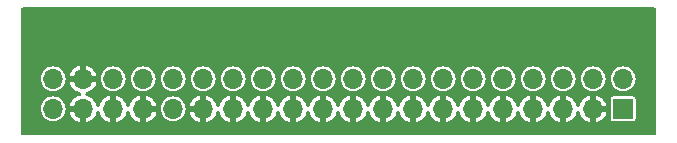
<source format=gbr>
%TF.GenerationSoftware,KiCad,Pcbnew,(6.0.5)*%
%TF.CreationDate,2022-06-05T12:38:30-04:00*%
%TF.ProjectId,Exp_Filter,4578705f-4669-46c7-9465-722e6b696361,rev?*%
%TF.SameCoordinates,Original*%
%TF.FileFunction,Copper,L1,Top*%
%TF.FilePolarity,Positive*%
%FSLAX46Y46*%
G04 Gerber Fmt 4.6, Leading zero omitted, Abs format (unit mm)*
G04 Created by KiCad (PCBNEW (6.0.5)) date 2022-06-05 12:38:30*
%MOMM*%
%LPD*%
G01*
G04 APERTURE LIST*
%TA.AperFunction,ComponentPad*%
%ADD10R,1.700000X1.700000*%
%TD*%
%TA.AperFunction,ComponentPad*%
%ADD11O,1.700000X1.700000*%
%TD*%
%TA.AperFunction,ViaPad*%
%ADD12C,0.800000*%
%TD*%
G04 APERTURE END LIST*
D10*
%TO.P,J1,1,Pin_1*%
%TO.N,unconnected-(J1-Pad1)*%
X171100000Y-112690000D03*
D11*
%TO.P,J1,2,Pin_2*%
%TO.N,unconnected-(J1-Pad2)*%
X171100000Y-110150000D03*
%TO.P,J1,3,Pin_3*%
%TO.N,GND*%
X168560000Y-112690000D03*
%TO.P,J1,4,Pin_4*%
%TO.N,unconnected-(J1-Pad4)*%
X168560000Y-110150000D03*
%TO.P,J1,5,Pin_5*%
%TO.N,GND*%
X166020000Y-112690000D03*
%TO.P,J1,6,Pin_6*%
%TO.N,OUT17*%
X166020000Y-110150000D03*
%TO.P,J1,7,Pin_7*%
%TO.N,GND*%
X163480000Y-112690000D03*
%TO.P,J1,8,Pin_8*%
%TO.N,OUT18*%
X163480000Y-110150000D03*
%TO.P,J1,9,Pin_9*%
%TO.N,GND*%
X160940000Y-112690000D03*
%TO.P,J1,10,Pin_10*%
%TO.N,OUT19*%
X160940000Y-110150000D03*
%TO.P,J1,11,Pin_11*%
%TO.N,GND*%
X158400000Y-112690000D03*
%TO.P,J1,12,Pin_12*%
%TO.N,OUT20*%
X158400000Y-110150000D03*
%TO.P,J1,13,Pin_13*%
%TO.N,GND*%
X155860000Y-112690000D03*
%TO.P,J1,14,Pin_14*%
%TO.N,OUT21*%
X155860000Y-110150000D03*
%TO.P,J1,15,Pin_15*%
%TO.N,GND*%
X153320000Y-112690000D03*
%TO.P,J1,16,Pin_16*%
%TO.N,OUT22*%
X153320000Y-110150000D03*
%TO.P,J1,17,Pin_17*%
%TO.N,GND*%
X150780000Y-112690000D03*
%TO.P,J1,18,Pin_18*%
%TO.N,OUT23*%
X150780000Y-110150000D03*
%TO.P,J1,19,Pin_19*%
%TO.N,GND*%
X148240000Y-112690000D03*
%TO.P,J1,20,Pin_20*%
%TO.N,OUT24*%
X148240000Y-110150000D03*
%TO.P,J1,21,Pin_21*%
%TO.N,GND*%
X145700000Y-112690000D03*
%TO.P,J1,22,Pin_22*%
%TO.N,OUT25*%
X145700000Y-110150000D03*
%TO.P,J1,23,Pin_23*%
%TO.N,GND*%
X143160000Y-112690000D03*
%TO.P,J1,24,Pin_24*%
%TO.N,OUT26*%
X143160000Y-110150000D03*
%TO.P,J1,25,Pin_25*%
%TO.N,GND*%
X140620000Y-112690000D03*
%TO.P,J1,26,Pin_26*%
%TO.N,OUT27*%
X140620000Y-110150000D03*
%TO.P,J1,27,Pin_27*%
%TO.N,GND*%
X138080000Y-112690000D03*
%TO.P,J1,28,Pin_28*%
%TO.N,OUT28*%
X138080000Y-110150000D03*
%TO.P,J1,29,Pin_29*%
%TO.N,GND*%
X135540000Y-112690000D03*
%TO.P,J1,30,Pin_30*%
%TO.N,unconnected-(J1-Pad30)*%
X135540000Y-110150000D03*
%TO.P,J1,31,Pin_31*%
%TO.N,OUT29*%
X133000000Y-112690000D03*
%TO.P,J1,32,Pin_32*%
%TO.N,OUT30*%
X133000000Y-110150000D03*
%TO.P,J1,33,Pin_33*%
%TO.N,GND*%
X130460000Y-112690000D03*
%TO.P,J1,34,Pin_34*%
%TO.N,OUT31*%
X130460000Y-110150000D03*
%TO.P,J1,35,Pin_35*%
%TO.N,GND*%
X127920000Y-112690000D03*
%TO.P,J1,36,Pin_36*%
%TO.N,OUT32*%
X127920000Y-110150000D03*
%TO.P,J1,37,Pin_37*%
%TO.N,GND*%
X125380000Y-112690000D03*
%TO.P,J1,38,Pin_38*%
X125380000Y-110150000D03*
%TO.P,J1,39,Pin_39*%
%TO.N,unconnected-(J1-Pad39)*%
X122840000Y-112690000D03*
%TO.P,J1,40,Pin_40*%
%TO.N,unconnected-(J1-Pad40)*%
X122840000Y-110150000D03*
%TD*%
D12*
%TO.N,GND*%
X126500000Y-105337500D03*
X129150000Y-105287500D03*
X131700000Y-105287500D03*
X134250000Y-105287500D03*
X136800000Y-105287500D03*
X139350000Y-105287500D03*
X141850000Y-105287500D03*
X144400000Y-105287500D03*
X167400000Y-105337500D03*
X164750000Y-105337500D03*
X162200000Y-105337500D03*
X159700000Y-105337500D03*
X157150000Y-105337500D03*
X154600000Y-105337500D03*
X152050000Y-105287500D03*
X147000000Y-105287500D03*
X149500000Y-105287500D03*
%TD*%
%TA.AperFunction,Conductor*%
%TO.N,GND*%
G36*
X173817000Y-104128462D02*
G01*
X173871538Y-104183000D01*
X173891500Y-104257500D01*
X173891500Y-114742500D01*
X173871538Y-114817000D01*
X173817000Y-114871538D01*
X173742500Y-114891500D01*
X120257500Y-114891500D01*
X120183000Y-114871538D01*
X120128462Y-114817000D01*
X120108500Y-114742500D01*
X120108500Y-112675262D01*
X121784520Y-112675262D01*
X121801759Y-112880553D01*
X121858544Y-113078586D01*
X121952712Y-113261818D01*
X122080677Y-113423270D01*
X122086223Y-113427990D01*
X122179161Y-113507086D01*
X122237564Y-113556791D01*
X122417398Y-113657297D01*
X122613329Y-113720959D01*
X122668907Y-113727586D01*
X122810662Y-113744489D01*
X122810665Y-113744489D01*
X122817894Y-113745351D01*
X122979918Y-113732884D01*
X123016036Y-113730105D01*
X123016037Y-113730105D01*
X123023300Y-113729546D01*
X123099617Y-113708238D01*
X123214707Y-113676105D01*
X123214712Y-113676103D01*
X123221725Y-113674145D01*
X123228226Y-113670861D01*
X123228229Y-113670860D01*
X123399105Y-113584544D01*
X123399106Y-113584544D01*
X123405610Y-113581258D01*
X123567951Y-113454424D01*
X123702564Y-113298472D01*
X123721420Y-113265280D01*
X123800724Y-113125680D01*
X123800725Y-113125677D01*
X123804323Y-113119344D01*
X123859302Y-112954071D01*
X124252219Y-112954071D01*
X124282063Y-113071582D01*
X124286605Y-113084409D01*
X124369988Y-113265280D01*
X124376783Y-113277051D01*
X124491740Y-113439711D01*
X124500566Y-113450045D01*
X124643235Y-113589026D01*
X124653802Y-113597583D01*
X124819408Y-113708238D01*
X124831353Y-113714724D01*
X125014346Y-113793344D01*
X125027291Y-113797550D01*
X125106868Y-113815557D01*
X125122871Y-113814928D01*
X125126000Y-113808982D01*
X125126000Y-112963616D01*
X125121855Y-112948145D01*
X125106384Y-112944000D01*
X124269277Y-112944000D01*
X124253806Y-112948145D01*
X124252219Y-112954071D01*
X123859302Y-112954071D01*
X123869351Y-112923863D01*
X123871661Y-112905582D01*
X123894649Y-112723603D01*
X123895171Y-112719474D01*
X123895583Y-112690000D01*
X123875480Y-112484970D01*
X123859871Y-112433270D01*
X124251430Y-112433270D01*
X124255211Y-112435656D01*
X124257478Y-112436000D01*
X125485000Y-112436000D01*
X125559500Y-112455962D01*
X125614038Y-112510500D01*
X125634000Y-112585000D01*
X125634000Y-113803748D01*
X125638145Y-113819219D01*
X125646354Y-113821418D01*
X125657956Y-113818632D01*
X125846558Y-113754611D01*
X125858972Y-113749084D01*
X126032747Y-113651766D01*
X126043962Y-113644058D01*
X126197086Y-113516706D01*
X126206706Y-113507086D01*
X126334058Y-113353962D01*
X126341766Y-113342747D01*
X126439084Y-113168972D01*
X126444611Y-113156558D01*
X126510828Y-112961488D01*
X126513322Y-112962335D01*
X126544128Y-112905582D01*
X126609887Y-112865276D01*
X126686988Y-112863249D01*
X126754774Y-112900044D01*
X126796635Y-112971459D01*
X126822063Y-113071582D01*
X126826605Y-113084409D01*
X126909988Y-113265280D01*
X126916783Y-113277051D01*
X127031740Y-113439711D01*
X127040566Y-113450045D01*
X127183235Y-113589026D01*
X127193802Y-113597583D01*
X127359408Y-113708238D01*
X127371353Y-113714724D01*
X127554346Y-113793344D01*
X127567291Y-113797550D01*
X127646868Y-113815557D01*
X127662871Y-113814928D01*
X127666000Y-113808982D01*
X127666000Y-113803748D01*
X128174000Y-113803748D01*
X128178145Y-113819219D01*
X128186354Y-113821418D01*
X128197956Y-113818632D01*
X128386558Y-113754611D01*
X128398972Y-113749084D01*
X128572747Y-113651766D01*
X128583962Y-113644058D01*
X128737086Y-113516706D01*
X128746706Y-113507086D01*
X128874058Y-113353962D01*
X128881766Y-113342747D01*
X128979084Y-113168972D01*
X128984611Y-113156558D01*
X129050828Y-112961488D01*
X129053322Y-112962335D01*
X129084128Y-112905582D01*
X129149887Y-112865276D01*
X129226988Y-112863249D01*
X129294774Y-112900044D01*
X129336635Y-112971459D01*
X129362063Y-113071582D01*
X129366605Y-113084409D01*
X129449988Y-113265280D01*
X129456783Y-113277051D01*
X129571740Y-113439711D01*
X129580566Y-113450045D01*
X129723235Y-113589026D01*
X129733802Y-113597583D01*
X129899408Y-113708238D01*
X129911353Y-113714724D01*
X130094346Y-113793344D01*
X130107291Y-113797550D01*
X130186868Y-113815557D01*
X130202871Y-113814928D01*
X130206000Y-113808982D01*
X130206000Y-113803748D01*
X130714000Y-113803748D01*
X130718145Y-113819219D01*
X130726354Y-113821418D01*
X130737956Y-113818632D01*
X130926558Y-113754611D01*
X130938972Y-113749084D01*
X131112747Y-113651766D01*
X131123962Y-113644058D01*
X131277086Y-113516706D01*
X131286706Y-113507086D01*
X131414058Y-113353962D01*
X131421766Y-113342747D01*
X131519084Y-113168972D01*
X131524611Y-113156558D01*
X131588632Y-112967956D01*
X131590276Y-112961110D01*
X131588666Y-112947508D01*
X131580503Y-112944000D01*
X130733616Y-112944000D01*
X130718145Y-112948145D01*
X130714000Y-112963616D01*
X130714000Y-113803748D01*
X130206000Y-113803748D01*
X130206000Y-112675262D01*
X131944520Y-112675262D01*
X131961759Y-112880553D01*
X132018544Y-113078586D01*
X132112712Y-113261818D01*
X132240677Y-113423270D01*
X132246223Y-113427990D01*
X132339161Y-113507086D01*
X132397564Y-113556791D01*
X132577398Y-113657297D01*
X132773329Y-113720959D01*
X132828907Y-113727586D01*
X132970662Y-113744489D01*
X132970665Y-113744489D01*
X132977894Y-113745351D01*
X133139918Y-113732884D01*
X133176036Y-113730105D01*
X133176037Y-113730105D01*
X133183300Y-113729546D01*
X133259617Y-113708238D01*
X133374707Y-113676105D01*
X133374712Y-113676103D01*
X133381725Y-113674145D01*
X133388226Y-113670861D01*
X133388229Y-113670860D01*
X133559105Y-113584544D01*
X133559106Y-113584544D01*
X133565610Y-113581258D01*
X133727951Y-113454424D01*
X133862564Y-113298472D01*
X133881420Y-113265280D01*
X133960724Y-113125680D01*
X133960725Y-113125677D01*
X133964323Y-113119344D01*
X134019302Y-112954071D01*
X134412219Y-112954071D01*
X134442063Y-113071582D01*
X134446605Y-113084409D01*
X134529988Y-113265280D01*
X134536783Y-113277051D01*
X134651740Y-113439711D01*
X134660566Y-113450045D01*
X134803235Y-113589026D01*
X134813802Y-113597583D01*
X134979408Y-113708238D01*
X134991353Y-113714724D01*
X135174346Y-113793344D01*
X135187291Y-113797550D01*
X135266868Y-113815557D01*
X135282871Y-113814928D01*
X135286000Y-113808982D01*
X135286000Y-113803748D01*
X135794000Y-113803748D01*
X135798145Y-113819219D01*
X135806354Y-113821418D01*
X135817956Y-113818632D01*
X136006558Y-113754611D01*
X136018972Y-113749084D01*
X136192747Y-113651766D01*
X136203962Y-113644058D01*
X136357086Y-113516706D01*
X136366706Y-113507086D01*
X136494058Y-113353962D01*
X136501766Y-113342747D01*
X136599084Y-113168972D01*
X136604611Y-113156558D01*
X136670828Y-112961488D01*
X136673322Y-112962335D01*
X136704128Y-112905582D01*
X136769887Y-112865276D01*
X136846988Y-112863249D01*
X136914774Y-112900044D01*
X136956635Y-112971459D01*
X136982063Y-113071582D01*
X136986605Y-113084409D01*
X137069988Y-113265280D01*
X137076783Y-113277051D01*
X137191740Y-113439711D01*
X137200566Y-113450045D01*
X137343235Y-113589026D01*
X137353802Y-113597583D01*
X137519408Y-113708238D01*
X137531353Y-113714724D01*
X137714346Y-113793344D01*
X137727291Y-113797550D01*
X137806868Y-113815557D01*
X137822871Y-113814928D01*
X137826000Y-113808982D01*
X137826000Y-113803748D01*
X138334000Y-113803748D01*
X138338145Y-113819219D01*
X138346354Y-113821418D01*
X138357956Y-113818632D01*
X138546558Y-113754611D01*
X138558972Y-113749084D01*
X138732747Y-113651766D01*
X138743962Y-113644058D01*
X138897086Y-113516706D01*
X138906706Y-113507086D01*
X139034058Y-113353962D01*
X139041766Y-113342747D01*
X139139084Y-113168972D01*
X139144611Y-113156558D01*
X139210828Y-112961488D01*
X139213322Y-112962335D01*
X139244128Y-112905582D01*
X139309887Y-112865276D01*
X139386988Y-112863249D01*
X139454774Y-112900044D01*
X139496635Y-112971459D01*
X139522063Y-113071582D01*
X139526605Y-113084409D01*
X139609988Y-113265280D01*
X139616783Y-113277051D01*
X139731740Y-113439711D01*
X139740566Y-113450045D01*
X139883235Y-113589026D01*
X139893802Y-113597583D01*
X140059408Y-113708238D01*
X140071353Y-113714724D01*
X140254346Y-113793344D01*
X140267291Y-113797550D01*
X140346868Y-113815557D01*
X140362871Y-113814928D01*
X140366000Y-113808982D01*
X140366000Y-113803748D01*
X140874000Y-113803748D01*
X140878145Y-113819219D01*
X140886354Y-113821418D01*
X140897956Y-113818632D01*
X141086558Y-113754611D01*
X141098972Y-113749084D01*
X141272747Y-113651766D01*
X141283962Y-113644058D01*
X141437086Y-113516706D01*
X141446706Y-113507086D01*
X141574058Y-113353962D01*
X141581766Y-113342747D01*
X141679084Y-113168972D01*
X141684611Y-113156558D01*
X141750828Y-112961488D01*
X141753322Y-112962335D01*
X141784128Y-112905582D01*
X141849887Y-112865276D01*
X141926988Y-112863249D01*
X141994774Y-112900044D01*
X142036635Y-112971459D01*
X142062063Y-113071582D01*
X142066605Y-113084409D01*
X142149988Y-113265280D01*
X142156783Y-113277051D01*
X142271740Y-113439711D01*
X142280566Y-113450045D01*
X142423235Y-113589026D01*
X142433802Y-113597583D01*
X142599408Y-113708238D01*
X142611353Y-113714724D01*
X142794346Y-113793344D01*
X142807291Y-113797550D01*
X142886868Y-113815557D01*
X142902871Y-113814928D01*
X142906000Y-113808982D01*
X142906000Y-113803748D01*
X143414000Y-113803748D01*
X143418145Y-113819219D01*
X143426354Y-113821418D01*
X143437956Y-113818632D01*
X143626558Y-113754611D01*
X143638972Y-113749084D01*
X143812747Y-113651766D01*
X143823962Y-113644058D01*
X143977086Y-113516706D01*
X143986706Y-113507086D01*
X144114058Y-113353962D01*
X144121766Y-113342747D01*
X144219084Y-113168972D01*
X144224611Y-113156558D01*
X144290828Y-112961488D01*
X144293322Y-112962335D01*
X144324128Y-112905582D01*
X144389887Y-112865276D01*
X144466988Y-112863249D01*
X144534774Y-112900044D01*
X144576635Y-112971459D01*
X144602063Y-113071582D01*
X144606605Y-113084409D01*
X144689988Y-113265280D01*
X144696783Y-113277051D01*
X144811740Y-113439711D01*
X144820566Y-113450045D01*
X144963235Y-113589026D01*
X144973802Y-113597583D01*
X145139408Y-113708238D01*
X145151353Y-113714724D01*
X145334346Y-113793344D01*
X145347291Y-113797550D01*
X145426868Y-113815557D01*
X145442871Y-113814928D01*
X145446000Y-113808982D01*
X145446000Y-113803748D01*
X145954000Y-113803748D01*
X145958145Y-113819219D01*
X145966354Y-113821418D01*
X145977956Y-113818632D01*
X146166558Y-113754611D01*
X146178972Y-113749084D01*
X146352747Y-113651766D01*
X146363962Y-113644058D01*
X146517086Y-113516706D01*
X146526706Y-113507086D01*
X146654058Y-113353962D01*
X146661766Y-113342747D01*
X146759084Y-113168972D01*
X146764611Y-113156558D01*
X146830828Y-112961488D01*
X146833322Y-112962335D01*
X146864128Y-112905582D01*
X146929887Y-112865276D01*
X147006988Y-112863249D01*
X147074774Y-112900044D01*
X147116635Y-112971459D01*
X147142063Y-113071582D01*
X147146605Y-113084409D01*
X147229988Y-113265280D01*
X147236783Y-113277051D01*
X147351740Y-113439711D01*
X147360566Y-113450045D01*
X147503235Y-113589026D01*
X147513802Y-113597583D01*
X147679408Y-113708238D01*
X147691353Y-113714724D01*
X147874346Y-113793344D01*
X147887291Y-113797550D01*
X147966868Y-113815557D01*
X147982871Y-113814928D01*
X147986000Y-113808982D01*
X147986000Y-113803748D01*
X148494000Y-113803748D01*
X148498145Y-113819219D01*
X148506354Y-113821418D01*
X148517956Y-113818632D01*
X148706558Y-113754611D01*
X148718972Y-113749084D01*
X148892747Y-113651766D01*
X148903962Y-113644058D01*
X149057086Y-113516706D01*
X149066706Y-113507086D01*
X149194058Y-113353962D01*
X149201766Y-113342747D01*
X149299084Y-113168972D01*
X149304611Y-113156558D01*
X149370828Y-112961488D01*
X149373322Y-112962335D01*
X149404128Y-112905582D01*
X149469887Y-112865276D01*
X149546988Y-112863249D01*
X149614774Y-112900044D01*
X149656635Y-112971459D01*
X149682063Y-113071582D01*
X149686605Y-113084409D01*
X149769988Y-113265280D01*
X149776783Y-113277051D01*
X149891740Y-113439711D01*
X149900566Y-113450045D01*
X150043235Y-113589026D01*
X150053802Y-113597583D01*
X150219408Y-113708238D01*
X150231353Y-113714724D01*
X150414346Y-113793344D01*
X150427291Y-113797550D01*
X150506868Y-113815557D01*
X150522871Y-113814928D01*
X150526000Y-113808982D01*
X150526000Y-113803748D01*
X151034000Y-113803748D01*
X151038145Y-113819219D01*
X151046354Y-113821418D01*
X151057956Y-113818632D01*
X151246558Y-113754611D01*
X151258972Y-113749084D01*
X151432747Y-113651766D01*
X151443962Y-113644058D01*
X151597086Y-113516706D01*
X151606706Y-113507086D01*
X151734058Y-113353962D01*
X151741766Y-113342747D01*
X151839084Y-113168972D01*
X151844611Y-113156558D01*
X151910828Y-112961488D01*
X151913322Y-112962335D01*
X151944128Y-112905582D01*
X152009887Y-112865276D01*
X152086988Y-112863249D01*
X152154774Y-112900044D01*
X152196635Y-112971459D01*
X152222063Y-113071582D01*
X152226605Y-113084409D01*
X152309988Y-113265280D01*
X152316783Y-113277051D01*
X152431740Y-113439711D01*
X152440566Y-113450045D01*
X152583235Y-113589026D01*
X152593802Y-113597583D01*
X152759408Y-113708238D01*
X152771353Y-113714724D01*
X152954346Y-113793344D01*
X152967291Y-113797550D01*
X153046868Y-113815557D01*
X153062871Y-113814928D01*
X153066000Y-113808982D01*
X153066000Y-113803748D01*
X153574000Y-113803748D01*
X153578145Y-113819219D01*
X153586354Y-113821418D01*
X153597956Y-113818632D01*
X153786558Y-113754611D01*
X153798972Y-113749084D01*
X153972747Y-113651766D01*
X153983962Y-113644058D01*
X154137086Y-113516706D01*
X154146706Y-113507086D01*
X154274058Y-113353962D01*
X154281766Y-113342747D01*
X154379084Y-113168972D01*
X154384611Y-113156558D01*
X154450828Y-112961488D01*
X154453322Y-112962335D01*
X154484128Y-112905582D01*
X154549887Y-112865276D01*
X154626988Y-112863249D01*
X154694774Y-112900044D01*
X154736635Y-112971459D01*
X154762063Y-113071582D01*
X154766605Y-113084409D01*
X154849988Y-113265280D01*
X154856783Y-113277051D01*
X154971740Y-113439711D01*
X154980566Y-113450045D01*
X155123235Y-113589026D01*
X155133802Y-113597583D01*
X155299408Y-113708238D01*
X155311353Y-113714724D01*
X155494346Y-113793344D01*
X155507291Y-113797550D01*
X155586868Y-113815557D01*
X155602871Y-113814928D01*
X155606000Y-113808982D01*
X155606000Y-113803748D01*
X156114000Y-113803748D01*
X156118145Y-113819219D01*
X156126354Y-113821418D01*
X156137956Y-113818632D01*
X156326558Y-113754611D01*
X156338972Y-113749084D01*
X156512747Y-113651766D01*
X156523962Y-113644058D01*
X156677086Y-113516706D01*
X156686706Y-113507086D01*
X156814058Y-113353962D01*
X156821766Y-113342747D01*
X156919084Y-113168972D01*
X156924611Y-113156558D01*
X156990828Y-112961488D01*
X156993322Y-112962335D01*
X157024128Y-112905582D01*
X157089887Y-112865276D01*
X157166988Y-112863249D01*
X157234774Y-112900044D01*
X157276635Y-112971459D01*
X157302063Y-113071582D01*
X157306605Y-113084409D01*
X157389988Y-113265280D01*
X157396783Y-113277051D01*
X157511740Y-113439711D01*
X157520566Y-113450045D01*
X157663235Y-113589026D01*
X157673802Y-113597583D01*
X157839408Y-113708238D01*
X157851353Y-113714724D01*
X158034346Y-113793344D01*
X158047291Y-113797550D01*
X158126868Y-113815557D01*
X158142871Y-113814928D01*
X158146000Y-113808982D01*
X158146000Y-113803748D01*
X158654000Y-113803748D01*
X158658145Y-113819219D01*
X158666354Y-113821418D01*
X158677956Y-113818632D01*
X158866558Y-113754611D01*
X158878972Y-113749084D01*
X159052747Y-113651766D01*
X159063962Y-113644058D01*
X159217086Y-113516706D01*
X159226706Y-113507086D01*
X159354058Y-113353962D01*
X159361766Y-113342747D01*
X159459084Y-113168972D01*
X159464611Y-113156558D01*
X159530828Y-112961488D01*
X159533322Y-112962335D01*
X159564128Y-112905582D01*
X159629887Y-112865276D01*
X159706988Y-112863249D01*
X159774774Y-112900044D01*
X159816635Y-112971459D01*
X159842063Y-113071582D01*
X159846605Y-113084409D01*
X159929988Y-113265280D01*
X159936783Y-113277051D01*
X160051740Y-113439711D01*
X160060566Y-113450045D01*
X160203235Y-113589026D01*
X160213802Y-113597583D01*
X160379408Y-113708238D01*
X160391353Y-113714724D01*
X160574346Y-113793344D01*
X160587291Y-113797550D01*
X160666868Y-113815557D01*
X160682871Y-113814928D01*
X160686000Y-113808982D01*
X160686000Y-113803748D01*
X161194000Y-113803748D01*
X161198145Y-113819219D01*
X161206354Y-113821418D01*
X161217956Y-113818632D01*
X161406558Y-113754611D01*
X161418972Y-113749084D01*
X161592747Y-113651766D01*
X161603962Y-113644058D01*
X161757086Y-113516706D01*
X161766706Y-113507086D01*
X161894058Y-113353962D01*
X161901766Y-113342747D01*
X161999084Y-113168972D01*
X162004611Y-113156558D01*
X162070828Y-112961488D01*
X162073322Y-112962335D01*
X162104128Y-112905582D01*
X162169887Y-112865276D01*
X162246988Y-112863249D01*
X162314774Y-112900044D01*
X162356635Y-112971459D01*
X162382063Y-113071582D01*
X162386605Y-113084409D01*
X162469988Y-113265280D01*
X162476783Y-113277051D01*
X162591740Y-113439711D01*
X162600566Y-113450045D01*
X162743235Y-113589026D01*
X162753802Y-113597583D01*
X162919408Y-113708238D01*
X162931353Y-113714724D01*
X163114346Y-113793344D01*
X163127291Y-113797550D01*
X163206868Y-113815557D01*
X163222871Y-113814928D01*
X163226000Y-113808982D01*
X163226000Y-113803748D01*
X163734000Y-113803748D01*
X163738145Y-113819219D01*
X163746354Y-113821418D01*
X163757956Y-113818632D01*
X163946558Y-113754611D01*
X163958972Y-113749084D01*
X164132747Y-113651766D01*
X164143962Y-113644058D01*
X164297086Y-113516706D01*
X164306706Y-113507086D01*
X164434058Y-113353962D01*
X164441766Y-113342747D01*
X164539084Y-113168972D01*
X164544611Y-113156558D01*
X164610828Y-112961488D01*
X164613322Y-112962335D01*
X164644128Y-112905582D01*
X164709887Y-112865276D01*
X164786988Y-112863249D01*
X164854774Y-112900044D01*
X164896635Y-112971459D01*
X164922063Y-113071582D01*
X164926605Y-113084409D01*
X165009988Y-113265280D01*
X165016783Y-113277051D01*
X165131740Y-113439711D01*
X165140566Y-113450045D01*
X165283235Y-113589026D01*
X165293802Y-113597583D01*
X165459408Y-113708238D01*
X165471353Y-113714724D01*
X165654346Y-113793344D01*
X165667291Y-113797550D01*
X165746868Y-113815557D01*
X165762871Y-113814928D01*
X165766000Y-113808982D01*
X165766000Y-113803748D01*
X166274000Y-113803748D01*
X166278145Y-113819219D01*
X166286354Y-113821418D01*
X166297956Y-113818632D01*
X166486558Y-113754611D01*
X166498972Y-113749084D01*
X166672747Y-113651766D01*
X166683962Y-113644058D01*
X166837086Y-113516706D01*
X166846706Y-113507086D01*
X166974058Y-113353962D01*
X166981766Y-113342747D01*
X167079084Y-113168972D01*
X167084611Y-113156558D01*
X167150828Y-112961488D01*
X167153322Y-112962335D01*
X167184128Y-112905582D01*
X167249887Y-112865276D01*
X167326988Y-112863249D01*
X167394774Y-112900044D01*
X167436635Y-112971459D01*
X167462063Y-113071582D01*
X167466605Y-113084409D01*
X167549988Y-113265280D01*
X167556783Y-113277051D01*
X167671740Y-113439711D01*
X167680566Y-113450045D01*
X167823235Y-113589026D01*
X167833802Y-113597583D01*
X167999408Y-113708238D01*
X168011353Y-113714724D01*
X168194346Y-113793344D01*
X168207291Y-113797550D01*
X168286868Y-113815557D01*
X168302871Y-113814928D01*
X168306000Y-113808982D01*
X168306000Y-113803748D01*
X168814000Y-113803748D01*
X168818145Y-113819219D01*
X168826354Y-113821418D01*
X168837956Y-113818632D01*
X169026558Y-113754611D01*
X169038972Y-113749084D01*
X169212747Y-113651766D01*
X169223962Y-113644058D01*
X169325334Y-113559748D01*
X170049500Y-113559748D01*
X170050927Y-113566921D01*
X170050927Y-113566923D01*
X170053779Y-113581258D01*
X170061133Y-113618231D01*
X170069288Y-113630435D01*
X170069288Y-113630436D01*
X170096299Y-113670860D01*
X170105448Y-113684552D01*
X170117651Y-113692706D01*
X170156561Y-113718705D01*
X170171769Y-113728867D01*
X170186165Y-113731731D01*
X170186166Y-113731731D01*
X170223077Y-113739073D01*
X170223079Y-113739073D01*
X170230252Y-113740500D01*
X171969748Y-113740500D01*
X171976921Y-113739073D01*
X171976923Y-113739073D01*
X172013834Y-113731731D01*
X172013835Y-113731731D01*
X172028231Y-113728867D01*
X172043440Y-113718705D01*
X172082349Y-113692706D01*
X172094552Y-113684552D01*
X172103701Y-113670860D01*
X172130712Y-113630436D01*
X172130712Y-113630435D01*
X172138867Y-113618231D01*
X172146222Y-113581258D01*
X172149073Y-113566923D01*
X172149073Y-113566921D01*
X172150500Y-113559748D01*
X172150500Y-111820252D01*
X172147810Y-111806726D01*
X172141731Y-111776166D01*
X172141731Y-111776165D01*
X172138867Y-111761769D01*
X172094552Y-111695448D01*
X172028231Y-111651133D01*
X172013835Y-111648269D01*
X172013834Y-111648269D01*
X171976923Y-111640927D01*
X171976921Y-111640927D01*
X171969748Y-111639500D01*
X170230252Y-111639500D01*
X170223079Y-111640927D01*
X170223077Y-111640927D01*
X170186166Y-111648269D01*
X170186165Y-111648269D01*
X170171769Y-111651133D01*
X170105448Y-111695448D01*
X170061133Y-111761769D01*
X170058269Y-111776165D01*
X170058269Y-111776166D01*
X170052190Y-111806726D01*
X170049500Y-111820252D01*
X170049500Y-113559748D01*
X169325334Y-113559748D01*
X169377086Y-113516706D01*
X169386706Y-113507086D01*
X169514058Y-113353962D01*
X169521766Y-113342747D01*
X169619084Y-113168972D01*
X169624611Y-113156558D01*
X169688632Y-112967956D01*
X169690276Y-112961110D01*
X169688666Y-112947508D01*
X169680503Y-112944000D01*
X168833616Y-112944000D01*
X168818145Y-112948145D01*
X168814000Y-112963616D01*
X168814000Y-113803748D01*
X168306000Y-113803748D01*
X168306000Y-112416384D01*
X168814000Y-112416384D01*
X168818145Y-112431855D01*
X168833616Y-112436000D01*
X169672007Y-112436000D01*
X169687478Y-112431855D01*
X169688898Y-112426554D01*
X169688839Y-112426128D01*
X169647572Y-112279804D01*
X169642699Y-112267109D01*
X169554608Y-112088481D01*
X169547499Y-112076880D01*
X169428336Y-111917301D01*
X169419230Y-111907189D01*
X169272982Y-111771998D01*
X169262189Y-111763716D01*
X169093753Y-111657441D01*
X169081628Y-111651262D01*
X168896636Y-111577458D01*
X168883606Y-111573599D01*
X168833239Y-111563580D01*
X168817257Y-111564627D01*
X168814000Y-111571232D01*
X168814000Y-112416384D01*
X168306000Y-112416384D01*
X168306000Y-111578207D01*
X168301855Y-111562736D01*
X168294048Y-111560645D01*
X168265741Y-111565508D01*
X168252589Y-111569033D01*
X168065740Y-111637965D01*
X168053466Y-111643819D01*
X167882292Y-111745657D01*
X167871296Y-111753647D01*
X167721559Y-111884961D01*
X167712186Y-111894839D01*
X167588890Y-112051239D01*
X167581477Y-112062653D01*
X167488744Y-112238909D01*
X167483539Y-112251477D01*
X167431498Y-112419074D01*
X167390341Y-112484303D01*
X167322084Y-112520215D01*
X167245015Y-112517187D01*
X167179786Y-112476030D01*
X167145794Y-112415333D01*
X167107572Y-112279804D01*
X167102699Y-112267109D01*
X167014608Y-112088481D01*
X167007499Y-112076880D01*
X166888336Y-111917301D01*
X166879230Y-111907189D01*
X166732982Y-111771998D01*
X166722189Y-111763716D01*
X166553753Y-111657441D01*
X166541628Y-111651262D01*
X166356636Y-111577458D01*
X166343606Y-111573599D01*
X166293239Y-111563580D01*
X166277257Y-111564627D01*
X166274000Y-111571232D01*
X166274000Y-113803748D01*
X165766000Y-113803748D01*
X165766000Y-111578207D01*
X165761855Y-111562736D01*
X165754048Y-111560645D01*
X165725741Y-111565508D01*
X165712589Y-111569033D01*
X165525740Y-111637965D01*
X165513466Y-111643819D01*
X165342292Y-111745657D01*
X165331296Y-111753647D01*
X165181559Y-111884961D01*
X165172186Y-111894839D01*
X165048890Y-112051239D01*
X165041477Y-112062653D01*
X164948744Y-112238909D01*
X164943539Y-112251477D01*
X164891498Y-112419074D01*
X164850341Y-112484303D01*
X164782084Y-112520215D01*
X164705015Y-112517187D01*
X164639786Y-112476030D01*
X164605794Y-112415333D01*
X164567572Y-112279804D01*
X164562699Y-112267109D01*
X164474608Y-112088481D01*
X164467499Y-112076880D01*
X164348336Y-111917301D01*
X164339230Y-111907189D01*
X164192982Y-111771998D01*
X164182189Y-111763716D01*
X164013753Y-111657441D01*
X164001628Y-111651262D01*
X163816636Y-111577458D01*
X163803606Y-111573599D01*
X163753239Y-111563580D01*
X163737257Y-111564627D01*
X163734000Y-111571232D01*
X163734000Y-113803748D01*
X163226000Y-113803748D01*
X163226000Y-111578207D01*
X163221855Y-111562736D01*
X163214048Y-111560645D01*
X163185741Y-111565508D01*
X163172589Y-111569033D01*
X162985740Y-111637965D01*
X162973466Y-111643819D01*
X162802292Y-111745657D01*
X162791296Y-111753647D01*
X162641559Y-111884961D01*
X162632186Y-111894839D01*
X162508890Y-112051239D01*
X162501477Y-112062653D01*
X162408744Y-112238909D01*
X162403539Y-112251477D01*
X162351498Y-112419074D01*
X162310341Y-112484303D01*
X162242084Y-112520215D01*
X162165015Y-112517187D01*
X162099786Y-112476030D01*
X162065794Y-112415333D01*
X162027572Y-112279804D01*
X162022699Y-112267109D01*
X161934608Y-112088481D01*
X161927499Y-112076880D01*
X161808336Y-111917301D01*
X161799230Y-111907189D01*
X161652982Y-111771998D01*
X161642189Y-111763716D01*
X161473753Y-111657441D01*
X161461628Y-111651262D01*
X161276636Y-111577458D01*
X161263606Y-111573599D01*
X161213239Y-111563580D01*
X161197257Y-111564627D01*
X161194000Y-111571232D01*
X161194000Y-113803748D01*
X160686000Y-113803748D01*
X160686000Y-111578207D01*
X160681855Y-111562736D01*
X160674048Y-111560645D01*
X160645741Y-111565508D01*
X160632589Y-111569033D01*
X160445740Y-111637965D01*
X160433466Y-111643819D01*
X160262292Y-111745657D01*
X160251296Y-111753647D01*
X160101559Y-111884961D01*
X160092186Y-111894839D01*
X159968890Y-112051239D01*
X159961477Y-112062653D01*
X159868744Y-112238909D01*
X159863539Y-112251477D01*
X159811498Y-112419074D01*
X159770341Y-112484303D01*
X159702084Y-112520215D01*
X159625015Y-112517187D01*
X159559786Y-112476030D01*
X159525794Y-112415333D01*
X159487572Y-112279804D01*
X159482699Y-112267109D01*
X159394608Y-112088481D01*
X159387499Y-112076880D01*
X159268336Y-111917301D01*
X159259230Y-111907189D01*
X159112982Y-111771998D01*
X159102189Y-111763716D01*
X158933753Y-111657441D01*
X158921628Y-111651262D01*
X158736636Y-111577458D01*
X158723606Y-111573599D01*
X158673239Y-111563580D01*
X158657257Y-111564627D01*
X158654000Y-111571232D01*
X158654000Y-113803748D01*
X158146000Y-113803748D01*
X158146000Y-111578207D01*
X158141855Y-111562736D01*
X158134048Y-111560645D01*
X158105741Y-111565508D01*
X158092589Y-111569033D01*
X157905740Y-111637965D01*
X157893466Y-111643819D01*
X157722292Y-111745657D01*
X157711296Y-111753647D01*
X157561559Y-111884961D01*
X157552186Y-111894839D01*
X157428890Y-112051239D01*
X157421477Y-112062653D01*
X157328744Y-112238909D01*
X157323539Y-112251477D01*
X157271498Y-112419074D01*
X157230341Y-112484303D01*
X157162084Y-112520215D01*
X157085015Y-112517187D01*
X157019786Y-112476030D01*
X156985794Y-112415333D01*
X156947572Y-112279804D01*
X156942699Y-112267109D01*
X156854608Y-112088481D01*
X156847499Y-112076880D01*
X156728336Y-111917301D01*
X156719230Y-111907189D01*
X156572982Y-111771998D01*
X156562189Y-111763716D01*
X156393753Y-111657441D01*
X156381628Y-111651262D01*
X156196636Y-111577458D01*
X156183606Y-111573599D01*
X156133239Y-111563580D01*
X156117257Y-111564627D01*
X156114000Y-111571232D01*
X156114000Y-113803748D01*
X155606000Y-113803748D01*
X155606000Y-111578207D01*
X155601855Y-111562736D01*
X155594048Y-111560645D01*
X155565741Y-111565508D01*
X155552589Y-111569033D01*
X155365740Y-111637965D01*
X155353466Y-111643819D01*
X155182292Y-111745657D01*
X155171296Y-111753647D01*
X155021559Y-111884961D01*
X155012186Y-111894839D01*
X154888890Y-112051239D01*
X154881477Y-112062653D01*
X154788744Y-112238909D01*
X154783539Y-112251477D01*
X154731498Y-112419074D01*
X154690341Y-112484303D01*
X154622084Y-112520215D01*
X154545015Y-112517187D01*
X154479786Y-112476030D01*
X154445794Y-112415333D01*
X154407572Y-112279804D01*
X154402699Y-112267109D01*
X154314608Y-112088481D01*
X154307499Y-112076880D01*
X154188336Y-111917301D01*
X154179230Y-111907189D01*
X154032982Y-111771998D01*
X154022189Y-111763716D01*
X153853753Y-111657441D01*
X153841628Y-111651262D01*
X153656636Y-111577458D01*
X153643606Y-111573599D01*
X153593239Y-111563580D01*
X153577257Y-111564627D01*
X153574000Y-111571232D01*
X153574000Y-113803748D01*
X153066000Y-113803748D01*
X153066000Y-111578207D01*
X153061855Y-111562736D01*
X153054048Y-111560645D01*
X153025741Y-111565508D01*
X153012589Y-111569033D01*
X152825740Y-111637965D01*
X152813466Y-111643819D01*
X152642292Y-111745657D01*
X152631296Y-111753647D01*
X152481559Y-111884961D01*
X152472186Y-111894839D01*
X152348890Y-112051239D01*
X152341477Y-112062653D01*
X152248744Y-112238909D01*
X152243539Y-112251477D01*
X152191498Y-112419074D01*
X152150341Y-112484303D01*
X152082084Y-112520215D01*
X152005015Y-112517187D01*
X151939786Y-112476030D01*
X151905794Y-112415333D01*
X151867572Y-112279804D01*
X151862699Y-112267109D01*
X151774608Y-112088481D01*
X151767499Y-112076880D01*
X151648336Y-111917301D01*
X151639230Y-111907189D01*
X151492982Y-111771998D01*
X151482189Y-111763716D01*
X151313753Y-111657441D01*
X151301628Y-111651262D01*
X151116636Y-111577458D01*
X151103606Y-111573599D01*
X151053239Y-111563580D01*
X151037257Y-111564627D01*
X151034000Y-111571232D01*
X151034000Y-113803748D01*
X150526000Y-113803748D01*
X150526000Y-111578207D01*
X150521855Y-111562736D01*
X150514048Y-111560645D01*
X150485741Y-111565508D01*
X150472589Y-111569033D01*
X150285740Y-111637965D01*
X150273466Y-111643819D01*
X150102292Y-111745657D01*
X150091296Y-111753647D01*
X149941559Y-111884961D01*
X149932186Y-111894839D01*
X149808890Y-112051239D01*
X149801477Y-112062653D01*
X149708744Y-112238909D01*
X149703539Y-112251477D01*
X149651498Y-112419074D01*
X149610341Y-112484303D01*
X149542084Y-112520215D01*
X149465015Y-112517187D01*
X149399786Y-112476030D01*
X149365794Y-112415333D01*
X149327572Y-112279804D01*
X149322699Y-112267109D01*
X149234608Y-112088481D01*
X149227499Y-112076880D01*
X149108336Y-111917301D01*
X149099230Y-111907189D01*
X148952982Y-111771998D01*
X148942189Y-111763716D01*
X148773753Y-111657441D01*
X148761628Y-111651262D01*
X148576636Y-111577458D01*
X148563606Y-111573599D01*
X148513239Y-111563580D01*
X148497257Y-111564627D01*
X148494000Y-111571232D01*
X148494000Y-113803748D01*
X147986000Y-113803748D01*
X147986000Y-111578207D01*
X147981855Y-111562736D01*
X147974048Y-111560645D01*
X147945741Y-111565508D01*
X147932589Y-111569033D01*
X147745740Y-111637965D01*
X147733466Y-111643819D01*
X147562292Y-111745657D01*
X147551296Y-111753647D01*
X147401559Y-111884961D01*
X147392186Y-111894839D01*
X147268890Y-112051239D01*
X147261477Y-112062653D01*
X147168744Y-112238909D01*
X147163539Y-112251477D01*
X147111498Y-112419074D01*
X147070341Y-112484303D01*
X147002084Y-112520215D01*
X146925015Y-112517187D01*
X146859786Y-112476030D01*
X146825794Y-112415333D01*
X146787572Y-112279804D01*
X146782699Y-112267109D01*
X146694608Y-112088481D01*
X146687499Y-112076880D01*
X146568336Y-111917301D01*
X146559230Y-111907189D01*
X146412982Y-111771998D01*
X146402189Y-111763716D01*
X146233753Y-111657441D01*
X146221628Y-111651262D01*
X146036636Y-111577458D01*
X146023606Y-111573599D01*
X145973239Y-111563580D01*
X145957257Y-111564627D01*
X145954000Y-111571232D01*
X145954000Y-113803748D01*
X145446000Y-113803748D01*
X145446000Y-111578207D01*
X145441855Y-111562736D01*
X145434048Y-111560645D01*
X145405741Y-111565508D01*
X145392589Y-111569033D01*
X145205740Y-111637965D01*
X145193466Y-111643819D01*
X145022292Y-111745657D01*
X145011296Y-111753647D01*
X144861559Y-111884961D01*
X144852186Y-111894839D01*
X144728890Y-112051239D01*
X144721477Y-112062653D01*
X144628744Y-112238909D01*
X144623539Y-112251477D01*
X144571498Y-112419074D01*
X144530341Y-112484303D01*
X144462084Y-112520215D01*
X144385015Y-112517187D01*
X144319786Y-112476030D01*
X144285794Y-112415333D01*
X144247572Y-112279804D01*
X144242699Y-112267109D01*
X144154608Y-112088481D01*
X144147499Y-112076880D01*
X144028336Y-111917301D01*
X144019230Y-111907189D01*
X143872982Y-111771998D01*
X143862189Y-111763716D01*
X143693753Y-111657441D01*
X143681628Y-111651262D01*
X143496636Y-111577458D01*
X143483606Y-111573599D01*
X143433239Y-111563580D01*
X143417257Y-111564627D01*
X143414000Y-111571232D01*
X143414000Y-113803748D01*
X142906000Y-113803748D01*
X142906000Y-111578207D01*
X142901855Y-111562736D01*
X142894048Y-111560645D01*
X142865741Y-111565508D01*
X142852589Y-111569033D01*
X142665740Y-111637965D01*
X142653466Y-111643819D01*
X142482292Y-111745657D01*
X142471296Y-111753647D01*
X142321559Y-111884961D01*
X142312186Y-111894839D01*
X142188890Y-112051239D01*
X142181477Y-112062653D01*
X142088744Y-112238909D01*
X142083539Y-112251477D01*
X142031498Y-112419074D01*
X141990341Y-112484303D01*
X141922084Y-112520215D01*
X141845015Y-112517187D01*
X141779786Y-112476030D01*
X141745794Y-112415333D01*
X141707572Y-112279804D01*
X141702699Y-112267109D01*
X141614608Y-112088481D01*
X141607499Y-112076880D01*
X141488336Y-111917301D01*
X141479230Y-111907189D01*
X141332982Y-111771998D01*
X141322189Y-111763716D01*
X141153753Y-111657441D01*
X141141628Y-111651262D01*
X140956636Y-111577458D01*
X140943606Y-111573599D01*
X140893239Y-111563580D01*
X140877257Y-111564627D01*
X140874000Y-111571232D01*
X140874000Y-113803748D01*
X140366000Y-113803748D01*
X140366000Y-111578207D01*
X140361855Y-111562736D01*
X140354048Y-111560645D01*
X140325741Y-111565508D01*
X140312589Y-111569033D01*
X140125740Y-111637965D01*
X140113466Y-111643819D01*
X139942292Y-111745657D01*
X139931296Y-111753647D01*
X139781559Y-111884961D01*
X139772186Y-111894839D01*
X139648890Y-112051239D01*
X139641477Y-112062653D01*
X139548744Y-112238909D01*
X139543539Y-112251477D01*
X139491498Y-112419074D01*
X139450341Y-112484303D01*
X139382084Y-112520215D01*
X139305015Y-112517187D01*
X139239786Y-112476030D01*
X139205794Y-112415333D01*
X139167572Y-112279804D01*
X139162699Y-112267109D01*
X139074608Y-112088481D01*
X139067499Y-112076880D01*
X138948336Y-111917301D01*
X138939230Y-111907189D01*
X138792982Y-111771998D01*
X138782189Y-111763716D01*
X138613753Y-111657441D01*
X138601628Y-111651262D01*
X138416636Y-111577458D01*
X138403606Y-111573599D01*
X138353239Y-111563580D01*
X138337257Y-111564627D01*
X138334000Y-111571232D01*
X138334000Y-113803748D01*
X137826000Y-113803748D01*
X137826000Y-111578207D01*
X137821855Y-111562736D01*
X137814048Y-111560645D01*
X137785741Y-111565508D01*
X137772589Y-111569033D01*
X137585740Y-111637965D01*
X137573466Y-111643819D01*
X137402292Y-111745657D01*
X137391296Y-111753647D01*
X137241559Y-111884961D01*
X137232186Y-111894839D01*
X137108890Y-112051239D01*
X137101477Y-112062653D01*
X137008744Y-112238909D01*
X137003539Y-112251477D01*
X136951498Y-112419074D01*
X136910341Y-112484303D01*
X136842084Y-112520215D01*
X136765015Y-112517187D01*
X136699786Y-112476030D01*
X136665794Y-112415333D01*
X136627572Y-112279804D01*
X136622699Y-112267109D01*
X136534608Y-112088481D01*
X136527499Y-112076880D01*
X136408336Y-111917301D01*
X136399230Y-111907189D01*
X136252982Y-111771998D01*
X136242189Y-111763716D01*
X136073753Y-111657441D01*
X136061628Y-111651262D01*
X135876636Y-111577458D01*
X135863606Y-111573599D01*
X135813239Y-111563580D01*
X135797257Y-111564627D01*
X135794000Y-111571232D01*
X135794000Y-113803748D01*
X135286000Y-113803748D01*
X135286000Y-112963616D01*
X135281855Y-112948145D01*
X135266384Y-112944000D01*
X134429277Y-112944000D01*
X134413806Y-112948145D01*
X134412219Y-112954071D01*
X134019302Y-112954071D01*
X134029351Y-112923863D01*
X134031661Y-112905582D01*
X134054649Y-112723603D01*
X134055171Y-112719474D01*
X134055583Y-112690000D01*
X134035480Y-112484970D01*
X134019871Y-112433270D01*
X134411430Y-112433270D01*
X134415211Y-112435656D01*
X134417478Y-112436000D01*
X135266384Y-112436000D01*
X135281855Y-112431855D01*
X135286000Y-112416384D01*
X135286000Y-111578207D01*
X135281855Y-111562736D01*
X135274048Y-111560645D01*
X135245741Y-111565508D01*
X135232589Y-111569033D01*
X135045740Y-111637965D01*
X135033466Y-111643819D01*
X134862292Y-111745657D01*
X134851296Y-111753647D01*
X134701559Y-111884961D01*
X134692186Y-111894839D01*
X134568890Y-112051239D01*
X134561477Y-112062653D01*
X134468744Y-112238909D01*
X134463538Y-112251477D01*
X134412059Y-112417267D01*
X134411430Y-112433270D01*
X134019871Y-112433270D01*
X133975935Y-112287749D01*
X133972405Y-112281109D01*
X133956649Y-112251477D01*
X133879218Y-112105849D01*
X133869253Y-112093630D01*
X133753612Y-111951841D01*
X133753610Y-111951839D01*
X133749011Y-111946200D01*
X133743401Y-111941559D01*
X133743398Y-111941556D01*
X133595890Y-111819527D01*
X133595889Y-111819526D01*
X133590275Y-111814882D01*
X133583871Y-111811420D01*
X133583869Y-111811418D01*
X133415468Y-111720364D01*
X133415464Y-111720362D01*
X133409055Y-111716897D01*
X133212254Y-111655977D01*
X133205008Y-111655215D01*
X133205006Y-111655215D01*
X133014610Y-111635204D01*
X133014609Y-111635204D01*
X133007369Y-111634443D01*
X132802203Y-111653114D01*
X132795214Y-111655171D01*
X132611560Y-111709223D01*
X132611557Y-111709224D01*
X132604572Y-111711280D01*
X132598117Y-111714655D01*
X132598116Y-111714655D01*
X132587196Y-111720364D01*
X132422002Y-111806726D01*
X132261447Y-111935815D01*
X132256763Y-111941397D01*
X132256760Y-111941400D01*
X132164594Y-112051239D01*
X132129024Y-112093630D01*
X132029776Y-112274162D01*
X132027573Y-112281106D01*
X132027572Y-112281109D01*
X132025466Y-112287749D01*
X131967484Y-112470532D01*
X131966671Y-112477776D01*
X131966671Y-112477778D01*
X131965051Y-112492223D01*
X131944520Y-112675262D01*
X130206000Y-112675262D01*
X130206000Y-112416384D01*
X130714000Y-112416384D01*
X130718145Y-112431855D01*
X130733616Y-112436000D01*
X131572007Y-112436000D01*
X131587478Y-112431855D01*
X131588898Y-112426554D01*
X131588839Y-112426128D01*
X131547572Y-112279804D01*
X131542699Y-112267109D01*
X131454608Y-112088481D01*
X131447499Y-112076880D01*
X131328336Y-111917301D01*
X131319230Y-111907189D01*
X131172982Y-111771998D01*
X131162189Y-111763716D01*
X130993753Y-111657441D01*
X130981628Y-111651262D01*
X130796636Y-111577458D01*
X130783606Y-111573599D01*
X130733239Y-111563580D01*
X130717257Y-111564627D01*
X130714000Y-111571232D01*
X130714000Y-112416384D01*
X130206000Y-112416384D01*
X130206000Y-111578207D01*
X130201855Y-111562736D01*
X130194048Y-111560645D01*
X130165741Y-111565508D01*
X130152589Y-111569033D01*
X129965740Y-111637965D01*
X129953466Y-111643819D01*
X129782292Y-111745657D01*
X129771296Y-111753647D01*
X129621559Y-111884961D01*
X129612186Y-111894839D01*
X129488890Y-112051239D01*
X129481477Y-112062653D01*
X129388744Y-112238909D01*
X129383539Y-112251477D01*
X129331498Y-112419074D01*
X129290341Y-112484303D01*
X129222084Y-112520215D01*
X129145015Y-112517187D01*
X129079786Y-112476030D01*
X129045794Y-112415333D01*
X129007572Y-112279804D01*
X129002699Y-112267109D01*
X128914608Y-112088481D01*
X128907499Y-112076880D01*
X128788336Y-111917301D01*
X128779230Y-111907189D01*
X128632982Y-111771998D01*
X128622189Y-111763716D01*
X128453753Y-111657441D01*
X128441628Y-111651262D01*
X128256636Y-111577458D01*
X128243606Y-111573599D01*
X128193239Y-111563580D01*
X128177257Y-111564627D01*
X128174000Y-111571232D01*
X128174000Y-113803748D01*
X127666000Y-113803748D01*
X127666000Y-111578207D01*
X127661855Y-111562736D01*
X127654048Y-111560645D01*
X127625741Y-111565508D01*
X127612589Y-111569033D01*
X127425740Y-111637965D01*
X127413466Y-111643819D01*
X127242292Y-111745657D01*
X127231296Y-111753647D01*
X127081559Y-111884961D01*
X127072186Y-111894839D01*
X126948890Y-112051239D01*
X126941477Y-112062653D01*
X126848744Y-112238909D01*
X126843539Y-112251477D01*
X126791498Y-112419074D01*
X126750341Y-112484303D01*
X126682084Y-112520215D01*
X126605015Y-112517187D01*
X126539786Y-112476030D01*
X126505794Y-112415333D01*
X126467572Y-112279804D01*
X126462699Y-112267109D01*
X126374608Y-112088481D01*
X126367499Y-112076880D01*
X126248336Y-111917301D01*
X126239230Y-111907189D01*
X126092982Y-111771998D01*
X126082189Y-111763716D01*
X125913753Y-111657441D01*
X125901628Y-111651262D01*
X125716643Y-111577461D01*
X125703599Y-111573597D01*
X125672322Y-111567376D01*
X125603148Y-111533263D01*
X125560298Y-111469133D01*
X125555254Y-111392170D01*
X125589367Y-111322996D01*
X125653497Y-111280146D01*
X125846558Y-111214611D01*
X125858972Y-111209084D01*
X126032747Y-111111766D01*
X126043962Y-111104058D01*
X126197086Y-110976706D01*
X126206706Y-110967086D01*
X126334058Y-110813962D01*
X126341766Y-110802747D01*
X126439084Y-110628972D01*
X126444611Y-110616558D01*
X126508632Y-110427956D01*
X126510276Y-110421110D01*
X126508666Y-110407508D01*
X126500503Y-110404000D01*
X124269277Y-110404000D01*
X124253806Y-110408145D01*
X124252219Y-110414071D01*
X124282063Y-110531582D01*
X124286605Y-110544409D01*
X124369988Y-110725280D01*
X124376783Y-110737051D01*
X124491740Y-110899711D01*
X124500566Y-110910045D01*
X124643235Y-111049026D01*
X124653802Y-111057583D01*
X124819408Y-111168238D01*
X124831353Y-111174724D01*
X125014346Y-111253344D01*
X125027293Y-111257551D01*
X125095468Y-111272977D01*
X125163726Y-111308888D01*
X125204883Y-111374117D01*
X125207911Y-111451186D01*
X125172000Y-111519444D01*
X125106771Y-111560601D01*
X125087826Y-111565150D01*
X125085735Y-111565509D01*
X125072594Y-111569031D01*
X124885740Y-111637965D01*
X124873466Y-111643819D01*
X124702292Y-111745657D01*
X124691296Y-111753647D01*
X124541559Y-111884961D01*
X124532186Y-111894839D01*
X124408890Y-112051239D01*
X124401477Y-112062653D01*
X124308744Y-112238909D01*
X124303538Y-112251477D01*
X124252059Y-112417267D01*
X124251430Y-112433270D01*
X123859871Y-112433270D01*
X123815935Y-112287749D01*
X123812405Y-112281109D01*
X123796649Y-112251477D01*
X123719218Y-112105849D01*
X123709253Y-112093630D01*
X123593612Y-111951841D01*
X123593610Y-111951839D01*
X123589011Y-111946200D01*
X123583401Y-111941559D01*
X123583398Y-111941556D01*
X123435890Y-111819527D01*
X123435889Y-111819526D01*
X123430275Y-111814882D01*
X123423871Y-111811420D01*
X123423869Y-111811418D01*
X123255468Y-111720364D01*
X123255464Y-111720362D01*
X123249055Y-111716897D01*
X123052254Y-111655977D01*
X123045008Y-111655215D01*
X123045006Y-111655215D01*
X122854610Y-111635204D01*
X122854609Y-111635204D01*
X122847369Y-111634443D01*
X122642203Y-111653114D01*
X122635214Y-111655171D01*
X122451560Y-111709223D01*
X122451557Y-111709224D01*
X122444572Y-111711280D01*
X122438117Y-111714655D01*
X122438116Y-111714655D01*
X122427196Y-111720364D01*
X122262002Y-111806726D01*
X122101447Y-111935815D01*
X122096763Y-111941397D01*
X122096760Y-111941400D01*
X122004594Y-112051239D01*
X121969024Y-112093630D01*
X121869776Y-112274162D01*
X121867573Y-112281106D01*
X121867572Y-112281109D01*
X121865466Y-112287749D01*
X121807484Y-112470532D01*
X121806671Y-112477776D01*
X121806671Y-112477778D01*
X121805051Y-112492223D01*
X121784520Y-112675262D01*
X120108500Y-112675262D01*
X120108500Y-110135262D01*
X121784520Y-110135262D01*
X121801759Y-110340553D01*
X121858544Y-110538586D01*
X121952712Y-110721818D01*
X122080677Y-110883270D01*
X122086223Y-110887990D01*
X122179161Y-110967086D01*
X122237564Y-111016791D01*
X122417398Y-111117297D01*
X122613329Y-111180959D01*
X122668907Y-111187586D01*
X122810662Y-111204489D01*
X122810665Y-111204489D01*
X122817894Y-111205351D01*
X122979918Y-111192884D01*
X123016036Y-111190105D01*
X123016037Y-111190105D01*
X123023300Y-111189546D01*
X123099617Y-111168238D01*
X123214707Y-111136105D01*
X123214712Y-111136103D01*
X123221725Y-111134145D01*
X123228226Y-111130861D01*
X123228229Y-111130860D01*
X123399105Y-111044544D01*
X123399106Y-111044544D01*
X123405610Y-111041258D01*
X123567951Y-110914424D01*
X123702564Y-110758472D01*
X123721420Y-110725280D01*
X123800724Y-110585680D01*
X123800725Y-110585677D01*
X123804323Y-110579344D01*
X123869351Y-110383863D01*
X123895171Y-110179474D01*
X123895583Y-110150000D01*
X123894138Y-110135262D01*
X126864520Y-110135262D01*
X126881759Y-110340553D01*
X126938544Y-110538586D01*
X127032712Y-110721818D01*
X127160677Y-110883270D01*
X127166223Y-110887990D01*
X127259161Y-110967086D01*
X127317564Y-111016791D01*
X127497398Y-111117297D01*
X127693329Y-111180959D01*
X127748907Y-111187586D01*
X127890662Y-111204489D01*
X127890665Y-111204489D01*
X127897894Y-111205351D01*
X128059918Y-111192884D01*
X128096036Y-111190105D01*
X128096037Y-111190105D01*
X128103300Y-111189546D01*
X128179617Y-111168238D01*
X128294707Y-111136105D01*
X128294712Y-111136103D01*
X128301725Y-111134145D01*
X128308226Y-111130861D01*
X128308229Y-111130860D01*
X128479105Y-111044544D01*
X128479106Y-111044544D01*
X128485610Y-111041258D01*
X128647951Y-110914424D01*
X128782564Y-110758472D01*
X128801420Y-110725280D01*
X128880724Y-110585680D01*
X128880725Y-110585677D01*
X128884323Y-110579344D01*
X128949351Y-110383863D01*
X128975171Y-110179474D01*
X128975583Y-110150000D01*
X128974138Y-110135262D01*
X129404520Y-110135262D01*
X129421759Y-110340553D01*
X129478544Y-110538586D01*
X129572712Y-110721818D01*
X129700677Y-110883270D01*
X129706223Y-110887990D01*
X129799161Y-110967086D01*
X129857564Y-111016791D01*
X130037398Y-111117297D01*
X130233329Y-111180959D01*
X130288907Y-111187586D01*
X130430662Y-111204489D01*
X130430665Y-111204489D01*
X130437894Y-111205351D01*
X130599918Y-111192884D01*
X130636036Y-111190105D01*
X130636037Y-111190105D01*
X130643300Y-111189546D01*
X130719617Y-111168238D01*
X130834707Y-111136105D01*
X130834712Y-111136103D01*
X130841725Y-111134145D01*
X130848226Y-111130861D01*
X130848229Y-111130860D01*
X131019105Y-111044544D01*
X131019106Y-111044544D01*
X131025610Y-111041258D01*
X131187951Y-110914424D01*
X131322564Y-110758472D01*
X131341420Y-110725280D01*
X131420724Y-110585680D01*
X131420725Y-110585677D01*
X131424323Y-110579344D01*
X131489351Y-110383863D01*
X131515171Y-110179474D01*
X131515583Y-110150000D01*
X131514138Y-110135262D01*
X131944520Y-110135262D01*
X131961759Y-110340553D01*
X132018544Y-110538586D01*
X132112712Y-110721818D01*
X132240677Y-110883270D01*
X132246223Y-110887990D01*
X132339161Y-110967086D01*
X132397564Y-111016791D01*
X132577398Y-111117297D01*
X132773329Y-111180959D01*
X132828907Y-111187586D01*
X132970662Y-111204489D01*
X132970665Y-111204489D01*
X132977894Y-111205351D01*
X133139918Y-111192884D01*
X133176036Y-111190105D01*
X133176037Y-111190105D01*
X133183300Y-111189546D01*
X133259617Y-111168238D01*
X133374707Y-111136105D01*
X133374712Y-111136103D01*
X133381725Y-111134145D01*
X133388226Y-111130861D01*
X133388229Y-111130860D01*
X133559105Y-111044544D01*
X133559106Y-111044544D01*
X133565610Y-111041258D01*
X133727951Y-110914424D01*
X133862564Y-110758472D01*
X133881420Y-110725280D01*
X133960724Y-110585680D01*
X133960725Y-110585677D01*
X133964323Y-110579344D01*
X134029351Y-110383863D01*
X134055171Y-110179474D01*
X134055583Y-110150000D01*
X134054138Y-110135262D01*
X134484520Y-110135262D01*
X134501759Y-110340553D01*
X134558544Y-110538586D01*
X134652712Y-110721818D01*
X134780677Y-110883270D01*
X134786223Y-110887990D01*
X134879161Y-110967086D01*
X134937564Y-111016791D01*
X135117398Y-111117297D01*
X135313329Y-111180959D01*
X135368907Y-111187586D01*
X135510662Y-111204489D01*
X135510665Y-111204489D01*
X135517894Y-111205351D01*
X135679918Y-111192884D01*
X135716036Y-111190105D01*
X135716037Y-111190105D01*
X135723300Y-111189546D01*
X135799617Y-111168238D01*
X135914707Y-111136105D01*
X135914712Y-111136103D01*
X135921725Y-111134145D01*
X135928226Y-111130861D01*
X135928229Y-111130860D01*
X136099105Y-111044544D01*
X136099106Y-111044544D01*
X136105610Y-111041258D01*
X136267951Y-110914424D01*
X136402564Y-110758472D01*
X136421420Y-110725280D01*
X136500724Y-110585680D01*
X136500725Y-110585677D01*
X136504323Y-110579344D01*
X136569351Y-110383863D01*
X136595171Y-110179474D01*
X136595583Y-110150000D01*
X136594138Y-110135262D01*
X137024520Y-110135262D01*
X137041759Y-110340553D01*
X137098544Y-110538586D01*
X137192712Y-110721818D01*
X137320677Y-110883270D01*
X137326223Y-110887990D01*
X137419161Y-110967086D01*
X137477564Y-111016791D01*
X137657398Y-111117297D01*
X137853329Y-111180959D01*
X137908907Y-111187586D01*
X138050662Y-111204489D01*
X138050665Y-111204489D01*
X138057894Y-111205351D01*
X138219918Y-111192884D01*
X138256036Y-111190105D01*
X138256037Y-111190105D01*
X138263300Y-111189546D01*
X138339617Y-111168238D01*
X138454707Y-111136105D01*
X138454712Y-111136103D01*
X138461725Y-111134145D01*
X138468226Y-111130861D01*
X138468229Y-111130860D01*
X138639105Y-111044544D01*
X138639106Y-111044544D01*
X138645610Y-111041258D01*
X138807951Y-110914424D01*
X138942564Y-110758472D01*
X138961420Y-110725280D01*
X139040724Y-110585680D01*
X139040725Y-110585677D01*
X139044323Y-110579344D01*
X139109351Y-110383863D01*
X139135171Y-110179474D01*
X139135583Y-110150000D01*
X139134138Y-110135262D01*
X139564520Y-110135262D01*
X139581759Y-110340553D01*
X139638544Y-110538586D01*
X139732712Y-110721818D01*
X139860677Y-110883270D01*
X139866223Y-110887990D01*
X139959161Y-110967086D01*
X140017564Y-111016791D01*
X140197398Y-111117297D01*
X140393329Y-111180959D01*
X140448907Y-111187586D01*
X140590662Y-111204489D01*
X140590665Y-111204489D01*
X140597894Y-111205351D01*
X140759918Y-111192884D01*
X140796036Y-111190105D01*
X140796037Y-111190105D01*
X140803300Y-111189546D01*
X140879617Y-111168238D01*
X140994707Y-111136105D01*
X140994712Y-111136103D01*
X141001725Y-111134145D01*
X141008226Y-111130861D01*
X141008229Y-111130860D01*
X141179105Y-111044544D01*
X141179106Y-111044544D01*
X141185610Y-111041258D01*
X141347951Y-110914424D01*
X141482564Y-110758472D01*
X141501420Y-110725280D01*
X141580724Y-110585680D01*
X141580725Y-110585677D01*
X141584323Y-110579344D01*
X141649351Y-110383863D01*
X141675171Y-110179474D01*
X141675583Y-110150000D01*
X141674138Y-110135262D01*
X142104520Y-110135262D01*
X142121759Y-110340553D01*
X142178544Y-110538586D01*
X142272712Y-110721818D01*
X142400677Y-110883270D01*
X142406223Y-110887990D01*
X142499161Y-110967086D01*
X142557564Y-111016791D01*
X142737398Y-111117297D01*
X142933329Y-111180959D01*
X142988907Y-111187586D01*
X143130662Y-111204489D01*
X143130665Y-111204489D01*
X143137894Y-111205351D01*
X143299918Y-111192884D01*
X143336036Y-111190105D01*
X143336037Y-111190105D01*
X143343300Y-111189546D01*
X143419617Y-111168238D01*
X143534707Y-111136105D01*
X143534712Y-111136103D01*
X143541725Y-111134145D01*
X143548226Y-111130861D01*
X143548229Y-111130860D01*
X143719105Y-111044544D01*
X143719106Y-111044544D01*
X143725610Y-111041258D01*
X143887951Y-110914424D01*
X144022564Y-110758472D01*
X144041420Y-110725280D01*
X144120724Y-110585680D01*
X144120725Y-110585677D01*
X144124323Y-110579344D01*
X144189351Y-110383863D01*
X144215171Y-110179474D01*
X144215583Y-110150000D01*
X144214138Y-110135262D01*
X144644520Y-110135262D01*
X144661759Y-110340553D01*
X144718544Y-110538586D01*
X144812712Y-110721818D01*
X144940677Y-110883270D01*
X144946223Y-110887990D01*
X145039161Y-110967086D01*
X145097564Y-111016791D01*
X145277398Y-111117297D01*
X145473329Y-111180959D01*
X145528907Y-111187586D01*
X145670662Y-111204489D01*
X145670665Y-111204489D01*
X145677894Y-111205351D01*
X145839918Y-111192884D01*
X145876036Y-111190105D01*
X145876037Y-111190105D01*
X145883300Y-111189546D01*
X145959617Y-111168238D01*
X146074707Y-111136105D01*
X146074712Y-111136103D01*
X146081725Y-111134145D01*
X146088226Y-111130861D01*
X146088229Y-111130860D01*
X146259105Y-111044544D01*
X146259106Y-111044544D01*
X146265610Y-111041258D01*
X146427951Y-110914424D01*
X146562564Y-110758472D01*
X146581420Y-110725280D01*
X146660724Y-110585680D01*
X146660725Y-110585677D01*
X146664323Y-110579344D01*
X146729351Y-110383863D01*
X146755171Y-110179474D01*
X146755583Y-110150000D01*
X146754138Y-110135262D01*
X147184520Y-110135262D01*
X147201759Y-110340553D01*
X147258544Y-110538586D01*
X147352712Y-110721818D01*
X147480677Y-110883270D01*
X147486223Y-110887990D01*
X147579161Y-110967086D01*
X147637564Y-111016791D01*
X147817398Y-111117297D01*
X148013329Y-111180959D01*
X148068907Y-111187586D01*
X148210662Y-111204489D01*
X148210665Y-111204489D01*
X148217894Y-111205351D01*
X148379918Y-111192884D01*
X148416036Y-111190105D01*
X148416037Y-111190105D01*
X148423300Y-111189546D01*
X148499617Y-111168238D01*
X148614707Y-111136105D01*
X148614712Y-111136103D01*
X148621725Y-111134145D01*
X148628226Y-111130861D01*
X148628229Y-111130860D01*
X148799105Y-111044544D01*
X148799106Y-111044544D01*
X148805610Y-111041258D01*
X148967951Y-110914424D01*
X149102564Y-110758472D01*
X149121420Y-110725280D01*
X149200724Y-110585680D01*
X149200725Y-110585677D01*
X149204323Y-110579344D01*
X149269351Y-110383863D01*
X149295171Y-110179474D01*
X149295583Y-110150000D01*
X149294138Y-110135262D01*
X149724520Y-110135262D01*
X149741759Y-110340553D01*
X149798544Y-110538586D01*
X149892712Y-110721818D01*
X150020677Y-110883270D01*
X150026223Y-110887990D01*
X150119161Y-110967086D01*
X150177564Y-111016791D01*
X150357398Y-111117297D01*
X150553329Y-111180959D01*
X150608907Y-111187586D01*
X150750662Y-111204489D01*
X150750665Y-111204489D01*
X150757894Y-111205351D01*
X150919918Y-111192884D01*
X150956036Y-111190105D01*
X150956037Y-111190105D01*
X150963300Y-111189546D01*
X151039617Y-111168238D01*
X151154707Y-111136105D01*
X151154712Y-111136103D01*
X151161725Y-111134145D01*
X151168226Y-111130861D01*
X151168229Y-111130860D01*
X151339105Y-111044544D01*
X151339106Y-111044544D01*
X151345610Y-111041258D01*
X151507951Y-110914424D01*
X151642564Y-110758472D01*
X151661420Y-110725280D01*
X151740724Y-110585680D01*
X151740725Y-110585677D01*
X151744323Y-110579344D01*
X151809351Y-110383863D01*
X151835171Y-110179474D01*
X151835583Y-110150000D01*
X151834138Y-110135262D01*
X152264520Y-110135262D01*
X152281759Y-110340553D01*
X152338544Y-110538586D01*
X152432712Y-110721818D01*
X152560677Y-110883270D01*
X152566223Y-110887990D01*
X152659161Y-110967086D01*
X152717564Y-111016791D01*
X152897398Y-111117297D01*
X153093329Y-111180959D01*
X153148907Y-111187586D01*
X153290662Y-111204489D01*
X153290665Y-111204489D01*
X153297894Y-111205351D01*
X153459918Y-111192884D01*
X153496036Y-111190105D01*
X153496037Y-111190105D01*
X153503300Y-111189546D01*
X153579617Y-111168238D01*
X153694707Y-111136105D01*
X153694712Y-111136103D01*
X153701725Y-111134145D01*
X153708226Y-111130861D01*
X153708229Y-111130860D01*
X153879105Y-111044544D01*
X153879106Y-111044544D01*
X153885610Y-111041258D01*
X154047951Y-110914424D01*
X154182564Y-110758472D01*
X154201420Y-110725280D01*
X154280724Y-110585680D01*
X154280725Y-110585677D01*
X154284323Y-110579344D01*
X154349351Y-110383863D01*
X154375171Y-110179474D01*
X154375583Y-110150000D01*
X154374138Y-110135262D01*
X154804520Y-110135262D01*
X154821759Y-110340553D01*
X154878544Y-110538586D01*
X154972712Y-110721818D01*
X155100677Y-110883270D01*
X155106223Y-110887990D01*
X155199161Y-110967086D01*
X155257564Y-111016791D01*
X155437398Y-111117297D01*
X155633329Y-111180959D01*
X155688907Y-111187586D01*
X155830662Y-111204489D01*
X155830665Y-111204489D01*
X155837894Y-111205351D01*
X155999918Y-111192884D01*
X156036036Y-111190105D01*
X156036037Y-111190105D01*
X156043300Y-111189546D01*
X156119617Y-111168238D01*
X156234707Y-111136105D01*
X156234712Y-111136103D01*
X156241725Y-111134145D01*
X156248226Y-111130861D01*
X156248229Y-111130860D01*
X156419105Y-111044544D01*
X156419106Y-111044544D01*
X156425610Y-111041258D01*
X156587951Y-110914424D01*
X156722564Y-110758472D01*
X156741420Y-110725280D01*
X156820724Y-110585680D01*
X156820725Y-110585677D01*
X156824323Y-110579344D01*
X156889351Y-110383863D01*
X156915171Y-110179474D01*
X156915583Y-110150000D01*
X156914138Y-110135262D01*
X157344520Y-110135262D01*
X157361759Y-110340553D01*
X157418544Y-110538586D01*
X157512712Y-110721818D01*
X157640677Y-110883270D01*
X157646223Y-110887990D01*
X157739161Y-110967086D01*
X157797564Y-111016791D01*
X157977398Y-111117297D01*
X158173329Y-111180959D01*
X158228907Y-111187586D01*
X158370662Y-111204489D01*
X158370665Y-111204489D01*
X158377894Y-111205351D01*
X158539918Y-111192884D01*
X158576036Y-111190105D01*
X158576037Y-111190105D01*
X158583300Y-111189546D01*
X158659617Y-111168238D01*
X158774707Y-111136105D01*
X158774712Y-111136103D01*
X158781725Y-111134145D01*
X158788226Y-111130861D01*
X158788229Y-111130860D01*
X158959105Y-111044544D01*
X158959106Y-111044544D01*
X158965610Y-111041258D01*
X159127951Y-110914424D01*
X159262564Y-110758472D01*
X159281420Y-110725280D01*
X159360724Y-110585680D01*
X159360725Y-110585677D01*
X159364323Y-110579344D01*
X159429351Y-110383863D01*
X159455171Y-110179474D01*
X159455583Y-110150000D01*
X159454138Y-110135262D01*
X159884520Y-110135262D01*
X159901759Y-110340553D01*
X159958544Y-110538586D01*
X160052712Y-110721818D01*
X160180677Y-110883270D01*
X160186223Y-110887990D01*
X160279161Y-110967086D01*
X160337564Y-111016791D01*
X160517398Y-111117297D01*
X160713329Y-111180959D01*
X160768907Y-111187586D01*
X160910662Y-111204489D01*
X160910665Y-111204489D01*
X160917894Y-111205351D01*
X161079918Y-111192884D01*
X161116036Y-111190105D01*
X161116037Y-111190105D01*
X161123300Y-111189546D01*
X161199617Y-111168238D01*
X161314707Y-111136105D01*
X161314712Y-111136103D01*
X161321725Y-111134145D01*
X161328226Y-111130861D01*
X161328229Y-111130860D01*
X161499105Y-111044544D01*
X161499106Y-111044544D01*
X161505610Y-111041258D01*
X161667951Y-110914424D01*
X161802564Y-110758472D01*
X161821420Y-110725280D01*
X161900724Y-110585680D01*
X161900725Y-110585677D01*
X161904323Y-110579344D01*
X161969351Y-110383863D01*
X161995171Y-110179474D01*
X161995583Y-110150000D01*
X161994138Y-110135262D01*
X162424520Y-110135262D01*
X162441759Y-110340553D01*
X162498544Y-110538586D01*
X162592712Y-110721818D01*
X162720677Y-110883270D01*
X162726223Y-110887990D01*
X162819161Y-110967086D01*
X162877564Y-111016791D01*
X163057398Y-111117297D01*
X163253329Y-111180959D01*
X163308907Y-111187586D01*
X163450662Y-111204489D01*
X163450665Y-111204489D01*
X163457894Y-111205351D01*
X163619918Y-111192884D01*
X163656036Y-111190105D01*
X163656037Y-111190105D01*
X163663300Y-111189546D01*
X163739617Y-111168238D01*
X163854707Y-111136105D01*
X163854712Y-111136103D01*
X163861725Y-111134145D01*
X163868226Y-111130861D01*
X163868229Y-111130860D01*
X164039105Y-111044544D01*
X164039106Y-111044544D01*
X164045610Y-111041258D01*
X164207951Y-110914424D01*
X164342564Y-110758472D01*
X164361420Y-110725280D01*
X164440724Y-110585680D01*
X164440725Y-110585677D01*
X164444323Y-110579344D01*
X164509351Y-110383863D01*
X164535171Y-110179474D01*
X164535583Y-110150000D01*
X164534138Y-110135262D01*
X164964520Y-110135262D01*
X164981759Y-110340553D01*
X165038544Y-110538586D01*
X165132712Y-110721818D01*
X165260677Y-110883270D01*
X165266223Y-110887990D01*
X165359161Y-110967086D01*
X165417564Y-111016791D01*
X165597398Y-111117297D01*
X165793329Y-111180959D01*
X165848907Y-111187586D01*
X165990662Y-111204489D01*
X165990665Y-111204489D01*
X165997894Y-111205351D01*
X166159918Y-111192884D01*
X166196036Y-111190105D01*
X166196037Y-111190105D01*
X166203300Y-111189546D01*
X166279617Y-111168238D01*
X166394707Y-111136105D01*
X166394712Y-111136103D01*
X166401725Y-111134145D01*
X166408226Y-111130861D01*
X166408229Y-111130860D01*
X166579105Y-111044544D01*
X166579106Y-111044544D01*
X166585610Y-111041258D01*
X166747951Y-110914424D01*
X166882564Y-110758472D01*
X166901420Y-110725280D01*
X166980724Y-110585680D01*
X166980725Y-110585677D01*
X166984323Y-110579344D01*
X167049351Y-110383863D01*
X167075171Y-110179474D01*
X167075583Y-110150000D01*
X167074138Y-110135262D01*
X167504520Y-110135262D01*
X167521759Y-110340553D01*
X167578544Y-110538586D01*
X167672712Y-110721818D01*
X167800677Y-110883270D01*
X167806223Y-110887990D01*
X167899161Y-110967086D01*
X167957564Y-111016791D01*
X168137398Y-111117297D01*
X168333329Y-111180959D01*
X168388907Y-111187586D01*
X168530662Y-111204489D01*
X168530665Y-111204489D01*
X168537894Y-111205351D01*
X168699918Y-111192884D01*
X168736036Y-111190105D01*
X168736037Y-111190105D01*
X168743300Y-111189546D01*
X168819617Y-111168238D01*
X168934707Y-111136105D01*
X168934712Y-111136103D01*
X168941725Y-111134145D01*
X168948226Y-111130861D01*
X168948229Y-111130860D01*
X169119105Y-111044544D01*
X169119106Y-111044544D01*
X169125610Y-111041258D01*
X169287951Y-110914424D01*
X169422564Y-110758472D01*
X169441420Y-110725280D01*
X169520724Y-110585680D01*
X169520725Y-110585677D01*
X169524323Y-110579344D01*
X169589351Y-110383863D01*
X169615171Y-110179474D01*
X169615583Y-110150000D01*
X169614138Y-110135262D01*
X170044520Y-110135262D01*
X170061759Y-110340553D01*
X170118544Y-110538586D01*
X170212712Y-110721818D01*
X170340677Y-110883270D01*
X170346223Y-110887990D01*
X170439161Y-110967086D01*
X170497564Y-111016791D01*
X170677398Y-111117297D01*
X170873329Y-111180959D01*
X170928907Y-111187586D01*
X171070662Y-111204489D01*
X171070665Y-111204489D01*
X171077894Y-111205351D01*
X171239918Y-111192884D01*
X171276036Y-111190105D01*
X171276037Y-111190105D01*
X171283300Y-111189546D01*
X171359617Y-111168238D01*
X171474707Y-111136105D01*
X171474712Y-111136103D01*
X171481725Y-111134145D01*
X171488226Y-111130861D01*
X171488229Y-111130860D01*
X171659105Y-111044544D01*
X171659106Y-111044544D01*
X171665610Y-111041258D01*
X171827951Y-110914424D01*
X171962564Y-110758472D01*
X171981420Y-110725280D01*
X172060724Y-110585680D01*
X172060725Y-110585677D01*
X172064323Y-110579344D01*
X172129351Y-110383863D01*
X172155171Y-110179474D01*
X172155583Y-110150000D01*
X172135480Y-109944970D01*
X172075935Y-109747749D01*
X172072405Y-109741109D01*
X172056649Y-109711477D01*
X171979218Y-109565849D01*
X171969253Y-109553630D01*
X171853612Y-109411841D01*
X171853610Y-109411839D01*
X171849011Y-109406200D01*
X171843401Y-109401559D01*
X171843398Y-109401556D01*
X171695890Y-109279527D01*
X171695889Y-109279526D01*
X171690275Y-109274882D01*
X171683871Y-109271420D01*
X171683869Y-109271418D01*
X171515468Y-109180364D01*
X171515464Y-109180362D01*
X171509055Y-109176897D01*
X171312254Y-109115977D01*
X171305008Y-109115215D01*
X171305006Y-109115215D01*
X171114610Y-109095204D01*
X171114609Y-109095204D01*
X171107369Y-109094443D01*
X170902203Y-109113114D01*
X170895214Y-109115171D01*
X170711560Y-109169223D01*
X170711557Y-109169224D01*
X170704572Y-109171280D01*
X170698117Y-109174655D01*
X170698116Y-109174655D01*
X170687196Y-109180364D01*
X170522002Y-109266726D01*
X170361447Y-109395815D01*
X170356763Y-109401397D01*
X170356760Y-109401400D01*
X170264594Y-109511239D01*
X170229024Y-109553630D01*
X170129776Y-109734162D01*
X170127573Y-109741106D01*
X170127572Y-109741109D01*
X170125466Y-109747749D01*
X170067484Y-109930532D01*
X170066671Y-109937776D01*
X170066671Y-109937778D01*
X170065051Y-109952223D01*
X170044520Y-110135262D01*
X169614138Y-110135262D01*
X169595480Y-109944970D01*
X169535935Y-109747749D01*
X169532405Y-109741109D01*
X169516649Y-109711477D01*
X169439218Y-109565849D01*
X169429253Y-109553630D01*
X169313612Y-109411841D01*
X169313610Y-109411839D01*
X169309011Y-109406200D01*
X169303401Y-109401559D01*
X169303398Y-109401556D01*
X169155890Y-109279527D01*
X169155889Y-109279526D01*
X169150275Y-109274882D01*
X169143871Y-109271420D01*
X169143869Y-109271418D01*
X168975468Y-109180364D01*
X168975464Y-109180362D01*
X168969055Y-109176897D01*
X168772254Y-109115977D01*
X168765008Y-109115215D01*
X168765006Y-109115215D01*
X168574610Y-109095204D01*
X168574609Y-109095204D01*
X168567369Y-109094443D01*
X168362203Y-109113114D01*
X168355214Y-109115171D01*
X168171560Y-109169223D01*
X168171557Y-109169224D01*
X168164572Y-109171280D01*
X168158117Y-109174655D01*
X168158116Y-109174655D01*
X168147196Y-109180364D01*
X167982002Y-109266726D01*
X167821447Y-109395815D01*
X167816763Y-109401397D01*
X167816760Y-109401400D01*
X167724594Y-109511239D01*
X167689024Y-109553630D01*
X167589776Y-109734162D01*
X167587573Y-109741106D01*
X167587572Y-109741109D01*
X167585466Y-109747749D01*
X167527484Y-109930532D01*
X167526671Y-109937776D01*
X167526671Y-109937778D01*
X167525051Y-109952223D01*
X167504520Y-110135262D01*
X167074138Y-110135262D01*
X167055480Y-109944970D01*
X166995935Y-109747749D01*
X166992405Y-109741109D01*
X166976649Y-109711477D01*
X166899218Y-109565849D01*
X166889253Y-109553630D01*
X166773612Y-109411841D01*
X166773610Y-109411839D01*
X166769011Y-109406200D01*
X166763401Y-109401559D01*
X166763398Y-109401556D01*
X166615890Y-109279527D01*
X166615889Y-109279526D01*
X166610275Y-109274882D01*
X166603871Y-109271420D01*
X166603869Y-109271418D01*
X166435468Y-109180364D01*
X166435464Y-109180362D01*
X166429055Y-109176897D01*
X166232254Y-109115977D01*
X166225008Y-109115215D01*
X166225006Y-109115215D01*
X166034610Y-109095204D01*
X166034609Y-109095204D01*
X166027369Y-109094443D01*
X165822203Y-109113114D01*
X165815214Y-109115171D01*
X165631560Y-109169223D01*
X165631557Y-109169224D01*
X165624572Y-109171280D01*
X165618117Y-109174655D01*
X165618116Y-109174655D01*
X165607196Y-109180364D01*
X165442002Y-109266726D01*
X165281447Y-109395815D01*
X165276763Y-109401397D01*
X165276760Y-109401400D01*
X165184594Y-109511239D01*
X165149024Y-109553630D01*
X165049776Y-109734162D01*
X165047573Y-109741106D01*
X165047572Y-109741109D01*
X165045466Y-109747749D01*
X164987484Y-109930532D01*
X164986671Y-109937776D01*
X164986671Y-109937778D01*
X164985051Y-109952223D01*
X164964520Y-110135262D01*
X164534138Y-110135262D01*
X164515480Y-109944970D01*
X164455935Y-109747749D01*
X164452405Y-109741109D01*
X164436649Y-109711477D01*
X164359218Y-109565849D01*
X164349253Y-109553630D01*
X164233612Y-109411841D01*
X164233610Y-109411839D01*
X164229011Y-109406200D01*
X164223401Y-109401559D01*
X164223398Y-109401556D01*
X164075890Y-109279527D01*
X164075889Y-109279526D01*
X164070275Y-109274882D01*
X164063871Y-109271420D01*
X164063869Y-109271418D01*
X163895468Y-109180364D01*
X163895464Y-109180362D01*
X163889055Y-109176897D01*
X163692254Y-109115977D01*
X163685008Y-109115215D01*
X163685006Y-109115215D01*
X163494610Y-109095204D01*
X163494609Y-109095204D01*
X163487369Y-109094443D01*
X163282203Y-109113114D01*
X163275214Y-109115171D01*
X163091560Y-109169223D01*
X163091557Y-109169224D01*
X163084572Y-109171280D01*
X163078117Y-109174655D01*
X163078116Y-109174655D01*
X163067196Y-109180364D01*
X162902002Y-109266726D01*
X162741447Y-109395815D01*
X162736763Y-109401397D01*
X162736760Y-109401400D01*
X162644594Y-109511239D01*
X162609024Y-109553630D01*
X162509776Y-109734162D01*
X162507573Y-109741106D01*
X162507572Y-109741109D01*
X162505466Y-109747749D01*
X162447484Y-109930532D01*
X162446671Y-109937776D01*
X162446671Y-109937778D01*
X162445051Y-109952223D01*
X162424520Y-110135262D01*
X161994138Y-110135262D01*
X161975480Y-109944970D01*
X161915935Y-109747749D01*
X161912405Y-109741109D01*
X161896649Y-109711477D01*
X161819218Y-109565849D01*
X161809253Y-109553630D01*
X161693612Y-109411841D01*
X161693610Y-109411839D01*
X161689011Y-109406200D01*
X161683401Y-109401559D01*
X161683398Y-109401556D01*
X161535890Y-109279527D01*
X161535889Y-109279526D01*
X161530275Y-109274882D01*
X161523871Y-109271420D01*
X161523869Y-109271418D01*
X161355468Y-109180364D01*
X161355464Y-109180362D01*
X161349055Y-109176897D01*
X161152254Y-109115977D01*
X161145008Y-109115215D01*
X161145006Y-109115215D01*
X160954610Y-109095204D01*
X160954609Y-109095204D01*
X160947369Y-109094443D01*
X160742203Y-109113114D01*
X160735214Y-109115171D01*
X160551560Y-109169223D01*
X160551557Y-109169224D01*
X160544572Y-109171280D01*
X160538117Y-109174655D01*
X160538116Y-109174655D01*
X160527196Y-109180364D01*
X160362002Y-109266726D01*
X160201447Y-109395815D01*
X160196763Y-109401397D01*
X160196760Y-109401400D01*
X160104594Y-109511239D01*
X160069024Y-109553630D01*
X159969776Y-109734162D01*
X159967573Y-109741106D01*
X159967572Y-109741109D01*
X159965466Y-109747749D01*
X159907484Y-109930532D01*
X159906671Y-109937776D01*
X159906671Y-109937778D01*
X159905051Y-109952223D01*
X159884520Y-110135262D01*
X159454138Y-110135262D01*
X159435480Y-109944970D01*
X159375935Y-109747749D01*
X159372405Y-109741109D01*
X159356649Y-109711477D01*
X159279218Y-109565849D01*
X159269253Y-109553630D01*
X159153612Y-109411841D01*
X159153610Y-109411839D01*
X159149011Y-109406200D01*
X159143401Y-109401559D01*
X159143398Y-109401556D01*
X158995890Y-109279527D01*
X158995889Y-109279526D01*
X158990275Y-109274882D01*
X158983871Y-109271420D01*
X158983869Y-109271418D01*
X158815468Y-109180364D01*
X158815464Y-109180362D01*
X158809055Y-109176897D01*
X158612254Y-109115977D01*
X158605008Y-109115215D01*
X158605006Y-109115215D01*
X158414610Y-109095204D01*
X158414609Y-109095204D01*
X158407369Y-109094443D01*
X158202203Y-109113114D01*
X158195214Y-109115171D01*
X158011560Y-109169223D01*
X158011557Y-109169224D01*
X158004572Y-109171280D01*
X157998117Y-109174655D01*
X157998116Y-109174655D01*
X157987196Y-109180364D01*
X157822002Y-109266726D01*
X157661447Y-109395815D01*
X157656763Y-109401397D01*
X157656760Y-109401400D01*
X157564594Y-109511239D01*
X157529024Y-109553630D01*
X157429776Y-109734162D01*
X157427573Y-109741106D01*
X157427572Y-109741109D01*
X157425466Y-109747749D01*
X157367484Y-109930532D01*
X157366671Y-109937776D01*
X157366671Y-109937778D01*
X157365051Y-109952223D01*
X157344520Y-110135262D01*
X156914138Y-110135262D01*
X156895480Y-109944970D01*
X156835935Y-109747749D01*
X156832405Y-109741109D01*
X156816649Y-109711477D01*
X156739218Y-109565849D01*
X156729253Y-109553630D01*
X156613612Y-109411841D01*
X156613610Y-109411839D01*
X156609011Y-109406200D01*
X156603401Y-109401559D01*
X156603398Y-109401556D01*
X156455890Y-109279527D01*
X156455889Y-109279526D01*
X156450275Y-109274882D01*
X156443871Y-109271420D01*
X156443869Y-109271418D01*
X156275468Y-109180364D01*
X156275464Y-109180362D01*
X156269055Y-109176897D01*
X156072254Y-109115977D01*
X156065008Y-109115215D01*
X156065006Y-109115215D01*
X155874610Y-109095204D01*
X155874609Y-109095204D01*
X155867369Y-109094443D01*
X155662203Y-109113114D01*
X155655214Y-109115171D01*
X155471560Y-109169223D01*
X155471557Y-109169224D01*
X155464572Y-109171280D01*
X155458117Y-109174655D01*
X155458116Y-109174655D01*
X155447196Y-109180364D01*
X155282002Y-109266726D01*
X155121447Y-109395815D01*
X155116763Y-109401397D01*
X155116760Y-109401400D01*
X155024594Y-109511239D01*
X154989024Y-109553630D01*
X154889776Y-109734162D01*
X154887573Y-109741106D01*
X154887572Y-109741109D01*
X154885466Y-109747749D01*
X154827484Y-109930532D01*
X154826671Y-109937776D01*
X154826671Y-109937778D01*
X154825051Y-109952223D01*
X154804520Y-110135262D01*
X154374138Y-110135262D01*
X154355480Y-109944970D01*
X154295935Y-109747749D01*
X154292405Y-109741109D01*
X154276649Y-109711477D01*
X154199218Y-109565849D01*
X154189253Y-109553630D01*
X154073612Y-109411841D01*
X154073610Y-109411839D01*
X154069011Y-109406200D01*
X154063401Y-109401559D01*
X154063398Y-109401556D01*
X153915890Y-109279527D01*
X153915889Y-109279526D01*
X153910275Y-109274882D01*
X153903871Y-109271420D01*
X153903869Y-109271418D01*
X153735468Y-109180364D01*
X153735464Y-109180362D01*
X153729055Y-109176897D01*
X153532254Y-109115977D01*
X153525008Y-109115215D01*
X153525006Y-109115215D01*
X153334610Y-109095204D01*
X153334609Y-109095204D01*
X153327369Y-109094443D01*
X153122203Y-109113114D01*
X153115214Y-109115171D01*
X152931560Y-109169223D01*
X152931557Y-109169224D01*
X152924572Y-109171280D01*
X152918117Y-109174655D01*
X152918116Y-109174655D01*
X152907196Y-109180364D01*
X152742002Y-109266726D01*
X152581447Y-109395815D01*
X152576763Y-109401397D01*
X152576760Y-109401400D01*
X152484594Y-109511239D01*
X152449024Y-109553630D01*
X152349776Y-109734162D01*
X152347573Y-109741106D01*
X152347572Y-109741109D01*
X152345466Y-109747749D01*
X152287484Y-109930532D01*
X152286671Y-109937776D01*
X152286671Y-109937778D01*
X152285051Y-109952223D01*
X152264520Y-110135262D01*
X151834138Y-110135262D01*
X151815480Y-109944970D01*
X151755935Y-109747749D01*
X151752405Y-109741109D01*
X151736649Y-109711477D01*
X151659218Y-109565849D01*
X151649253Y-109553630D01*
X151533612Y-109411841D01*
X151533610Y-109411839D01*
X151529011Y-109406200D01*
X151523401Y-109401559D01*
X151523398Y-109401556D01*
X151375890Y-109279527D01*
X151375889Y-109279526D01*
X151370275Y-109274882D01*
X151363871Y-109271420D01*
X151363869Y-109271418D01*
X151195468Y-109180364D01*
X151195464Y-109180362D01*
X151189055Y-109176897D01*
X150992254Y-109115977D01*
X150985008Y-109115215D01*
X150985006Y-109115215D01*
X150794610Y-109095204D01*
X150794609Y-109095204D01*
X150787369Y-109094443D01*
X150582203Y-109113114D01*
X150575214Y-109115171D01*
X150391560Y-109169223D01*
X150391557Y-109169224D01*
X150384572Y-109171280D01*
X150378117Y-109174655D01*
X150378116Y-109174655D01*
X150367196Y-109180364D01*
X150202002Y-109266726D01*
X150041447Y-109395815D01*
X150036763Y-109401397D01*
X150036760Y-109401400D01*
X149944594Y-109511239D01*
X149909024Y-109553630D01*
X149809776Y-109734162D01*
X149807573Y-109741106D01*
X149807572Y-109741109D01*
X149805466Y-109747749D01*
X149747484Y-109930532D01*
X149746671Y-109937776D01*
X149746671Y-109937778D01*
X149745051Y-109952223D01*
X149724520Y-110135262D01*
X149294138Y-110135262D01*
X149275480Y-109944970D01*
X149215935Y-109747749D01*
X149212405Y-109741109D01*
X149196649Y-109711477D01*
X149119218Y-109565849D01*
X149109253Y-109553630D01*
X148993612Y-109411841D01*
X148993610Y-109411839D01*
X148989011Y-109406200D01*
X148983401Y-109401559D01*
X148983398Y-109401556D01*
X148835890Y-109279527D01*
X148835889Y-109279526D01*
X148830275Y-109274882D01*
X148823871Y-109271420D01*
X148823869Y-109271418D01*
X148655468Y-109180364D01*
X148655464Y-109180362D01*
X148649055Y-109176897D01*
X148452254Y-109115977D01*
X148445008Y-109115215D01*
X148445006Y-109115215D01*
X148254610Y-109095204D01*
X148254609Y-109095204D01*
X148247369Y-109094443D01*
X148042203Y-109113114D01*
X148035214Y-109115171D01*
X147851560Y-109169223D01*
X147851557Y-109169224D01*
X147844572Y-109171280D01*
X147838117Y-109174655D01*
X147838116Y-109174655D01*
X147827196Y-109180364D01*
X147662002Y-109266726D01*
X147501447Y-109395815D01*
X147496763Y-109401397D01*
X147496760Y-109401400D01*
X147404594Y-109511239D01*
X147369024Y-109553630D01*
X147269776Y-109734162D01*
X147267573Y-109741106D01*
X147267572Y-109741109D01*
X147265466Y-109747749D01*
X147207484Y-109930532D01*
X147206671Y-109937776D01*
X147206671Y-109937778D01*
X147205051Y-109952223D01*
X147184520Y-110135262D01*
X146754138Y-110135262D01*
X146735480Y-109944970D01*
X146675935Y-109747749D01*
X146672405Y-109741109D01*
X146656649Y-109711477D01*
X146579218Y-109565849D01*
X146569253Y-109553630D01*
X146453612Y-109411841D01*
X146453610Y-109411839D01*
X146449011Y-109406200D01*
X146443401Y-109401559D01*
X146443398Y-109401556D01*
X146295890Y-109279527D01*
X146295889Y-109279526D01*
X146290275Y-109274882D01*
X146283871Y-109271420D01*
X146283869Y-109271418D01*
X146115468Y-109180364D01*
X146115464Y-109180362D01*
X146109055Y-109176897D01*
X145912254Y-109115977D01*
X145905008Y-109115215D01*
X145905006Y-109115215D01*
X145714610Y-109095204D01*
X145714609Y-109095204D01*
X145707369Y-109094443D01*
X145502203Y-109113114D01*
X145495214Y-109115171D01*
X145311560Y-109169223D01*
X145311557Y-109169224D01*
X145304572Y-109171280D01*
X145298117Y-109174655D01*
X145298116Y-109174655D01*
X145287196Y-109180364D01*
X145122002Y-109266726D01*
X144961447Y-109395815D01*
X144956763Y-109401397D01*
X144956760Y-109401400D01*
X144864594Y-109511239D01*
X144829024Y-109553630D01*
X144729776Y-109734162D01*
X144727573Y-109741106D01*
X144727572Y-109741109D01*
X144725466Y-109747749D01*
X144667484Y-109930532D01*
X144666671Y-109937776D01*
X144666671Y-109937778D01*
X144665051Y-109952223D01*
X144644520Y-110135262D01*
X144214138Y-110135262D01*
X144195480Y-109944970D01*
X144135935Y-109747749D01*
X144132405Y-109741109D01*
X144116649Y-109711477D01*
X144039218Y-109565849D01*
X144029253Y-109553630D01*
X143913612Y-109411841D01*
X143913610Y-109411839D01*
X143909011Y-109406200D01*
X143903401Y-109401559D01*
X143903398Y-109401556D01*
X143755890Y-109279527D01*
X143755889Y-109279526D01*
X143750275Y-109274882D01*
X143743871Y-109271420D01*
X143743869Y-109271418D01*
X143575468Y-109180364D01*
X143575464Y-109180362D01*
X143569055Y-109176897D01*
X143372254Y-109115977D01*
X143365008Y-109115215D01*
X143365006Y-109115215D01*
X143174610Y-109095204D01*
X143174609Y-109095204D01*
X143167369Y-109094443D01*
X142962203Y-109113114D01*
X142955214Y-109115171D01*
X142771560Y-109169223D01*
X142771557Y-109169224D01*
X142764572Y-109171280D01*
X142758117Y-109174655D01*
X142758116Y-109174655D01*
X142747196Y-109180364D01*
X142582002Y-109266726D01*
X142421447Y-109395815D01*
X142416763Y-109401397D01*
X142416760Y-109401400D01*
X142324594Y-109511239D01*
X142289024Y-109553630D01*
X142189776Y-109734162D01*
X142187573Y-109741106D01*
X142187572Y-109741109D01*
X142185466Y-109747749D01*
X142127484Y-109930532D01*
X142126671Y-109937776D01*
X142126671Y-109937778D01*
X142125051Y-109952223D01*
X142104520Y-110135262D01*
X141674138Y-110135262D01*
X141655480Y-109944970D01*
X141595935Y-109747749D01*
X141592405Y-109741109D01*
X141576649Y-109711477D01*
X141499218Y-109565849D01*
X141489253Y-109553630D01*
X141373612Y-109411841D01*
X141373610Y-109411839D01*
X141369011Y-109406200D01*
X141363401Y-109401559D01*
X141363398Y-109401556D01*
X141215890Y-109279527D01*
X141215889Y-109279526D01*
X141210275Y-109274882D01*
X141203871Y-109271420D01*
X141203869Y-109271418D01*
X141035468Y-109180364D01*
X141035464Y-109180362D01*
X141029055Y-109176897D01*
X140832254Y-109115977D01*
X140825008Y-109115215D01*
X140825006Y-109115215D01*
X140634610Y-109095204D01*
X140634609Y-109095204D01*
X140627369Y-109094443D01*
X140422203Y-109113114D01*
X140415214Y-109115171D01*
X140231560Y-109169223D01*
X140231557Y-109169224D01*
X140224572Y-109171280D01*
X140218117Y-109174655D01*
X140218116Y-109174655D01*
X140207196Y-109180364D01*
X140042002Y-109266726D01*
X139881447Y-109395815D01*
X139876763Y-109401397D01*
X139876760Y-109401400D01*
X139784594Y-109511239D01*
X139749024Y-109553630D01*
X139649776Y-109734162D01*
X139647573Y-109741106D01*
X139647572Y-109741109D01*
X139645466Y-109747749D01*
X139587484Y-109930532D01*
X139586671Y-109937776D01*
X139586671Y-109937778D01*
X139585051Y-109952223D01*
X139564520Y-110135262D01*
X139134138Y-110135262D01*
X139115480Y-109944970D01*
X139055935Y-109747749D01*
X139052405Y-109741109D01*
X139036649Y-109711477D01*
X138959218Y-109565849D01*
X138949253Y-109553630D01*
X138833612Y-109411841D01*
X138833610Y-109411839D01*
X138829011Y-109406200D01*
X138823401Y-109401559D01*
X138823398Y-109401556D01*
X138675890Y-109279527D01*
X138675889Y-109279526D01*
X138670275Y-109274882D01*
X138663871Y-109271420D01*
X138663869Y-109271418D01*
X138495468Y-109180364D01*
X138495464Y-109180362D01*
X138489055Y-109176897D01*
X138292254Y-109115977D01*
X138285008Y-109115215D01*
X138285006Y-109115215D01*
X138094610Y-109095204D01*
X138094609Y-109095204D01*
X138087369Y-109094443D01*
X137882203Y-109113114D01*
X137875214Y-109115171D01*
X137691560Y-109169223D01*
X137691557Y-109169224D01*
X137684572Y-109171280D01*
X137678117Y-109174655D01*
X137678116Y-109174655D01*
X137667196Y-109180364D01*
X137502002Y-109266726D01*
X137341447Y-109395815D01*
X137336763Y-109401397D01*
X137336760Y-109401400D01*
X137244594Y-109511239D01*
X137209024Y-109553630D01*
X137109776Y-109734162D01*
X137107573Y-109741106D01*
X137107572Y-109741109D01*
X137105466Y-109747749D01*
X137047484Y-109930532D01*
X137046671Y-109937776D01*
X137046671Y-109937778D01*
X137045051Y-109952223D01*
X137024520Y-110135262D01*
X136594138Y-110135262D01*
X136575480Y-109944970D01*
X136515935Y-109747749D01*
X136512405Y-109741109D01*
X136496649Y-109711477D01*
X136419218Y-109565849D01*
X136409253Y-109553630D01*
X136293612Y-109411841D01*
X136293610Y-109411839D01*
X136289011Y-109406200D01*
X136283401Y-109401559D01*
X136283398Y-109401556D01*
X136135890Y-109279527D01*
X136135889Y-109279526D01*
X136130275Y-109274882D01*
X136123871Y-109271420D01*
X136123869Y-109271418D01*
X135955468Y-109180364D01*
X135955464Y-109180362D01*
X135949055Y-109176897D01*
X135752254Y-109115977D01*
X135745008Y-109115215D01*
X135745006Y-109115215D01*
X135554610Y-109095204D01*
X135554609Y-109095204D01*
X135547369Y-109094443D01*
X135342203Y-109113114D01*
X135335214Y-109115171D01*
X135151560Y-109169223D01*
X135151557Y-109169224D01*
X135144572Y-109171280D01*
X135138117Y-109174655D01*
X135138116Y-109174655D01*
X135127196Y-109180364D01*
X134962002Y-109266726D01*
X134801447Y-109395815D01*
X134796763Y-109401397D01*
X134796760Y-109401400D01*
X134704594Y-109511239D01*
X134669024Y-109553630D01*
X134569776Y-109734162D01*
X134567573Y-109741106D01*
X134567572Y-109741109D01*
X134565466Y-109747749D01*
X134507484Y-109930532D01*
X134506671Y-109937776D01*
X134506671Y-109937778D01*
X134505051Y-109952223D01*
X134484520Y-110135262D01*
X134054138Y-110135262D01*
X134035480Y-109944970D01*
X133975935Y-109747749D01*
X133972405Y-109741109D01*
X133956649Y-109711477D01*
X133879218Y-109565849D01*
X133869253Y-109553630D01*
X133753612Y-109411841D01*
X133753610Y-109411839D01*
X133749011Y-109406200D01*
X133743401Y-109401559D01*
X133743398Y-109401556D01*
X133595890Y-109279527D01*
X133595889Y-109279526D01*
X133590275Y-109274882D01*
X133583871Y-109271420D01*
X133583869Y-109271418D01*
X133415468Y-109180364D01*
X133415464Y-109180362D01*
X133409055Y-109176897D01*
X133212254Y-109115977D01*
X133205008Y-109115215D01*
X133205006Y-109115215D01*
X133014610Y-109095204D01*
X133014609Y-109095204D01*
X133007369Y-109094443D01*
X132802203Y-109113114D01*
X132795214Y-109115171D01*
X132611560Y-109169223D01*
X132611557Y-109169224D01*
X132604572Y-109171280D01*
X132598117Y-109174655D01*
X132598116Y-109174655D01*
X132587196Y-109180364D01*
X132422002Y-109266726D01*
X132261447Y-109395815D01*
X132256763Y-109401397D01*
X132256760Y-109401400D01*
X132164594Y-109511239D01*
X132129024Y-109553630D01*
X132029776Y-109734162D01*
X132027573Y-109741106D01*
X132027572Y-109741109D01*
X132025466Y-109747749D01*
X131967484Y-109930532D01*
X131966671Y-109937776D01*
X131966671Y-109937778D01*
X131965051Y-109952223D01*
X131944520Y-110135262D01*
X131514138Y-110135262D01*
X131495480Y-109944970D01*
X131435935Y-109747749D01*
X131432405Y-109741109D01*
X131416649Y-109711477D01*
X131339218Y-109565849D01*
X131329253Y-109553630D01*
X131213612Y-109411841D01*
X131213610Y-109411839D01*
X131209011Y-109406200D01*
X131203401Y-109401559D01*
X131203398Y-109401556D01*
X131055890Y-109279527D01*
X131055889Y-109279526D01*
X131050275Y-109274882D01*
X131043871Y-109271420D01*
X131043869Y-109271418D01*
X130875468Y-109180364D01*
X130875464Y-109180362D01*
X130869055Y-109176897D01*
X130672254Y-109115977D01*
X130665008Y-109115215D01*
X130665006Y-109115215D01*
X130474610Y-109095204D01*
X130474609Y-109095204D01*
X130467369Y-109094443D01*
X130262203Y-109113114D01*
X130255214Y-109115171D01*
X130071560Y-109169223D01*
X130071557Y-109169224D01*
X130064572Y-109171280D01*
X130058117Y-109174655D01*
X130058116Y-109174655D01*
X130047196Y-109180364D01*
X129882002Y-109266726D01*
X129721447Y-109395815D01*
X129716763Y-109401397D01*
X129716760Y-109401400D01*
X129624594Y-109511239D01*
X129589024Y-109553630D01*
X129489776Y-109734162D01*
X129487573Y-109741106D01*
X129487572Y-109741109D01*
X129485466Y-109747749D01*
X129427484Y-109930532D01*
X129426671Y-109937776D01*
X129426671Y-109937778D01*
X129425051Y-109952223D01*
X129404520Y-110135262D01*
X128974138Y-110135262D01*
X128955480Y-109944970D01*
X128895935Y-109747749D01*
X128892405Y-109741109D01*
X128876649Y-109711477D01*
X128799218Y-109565849D01*
X128789253Y-109553630D01*
X128673612Y-109411841D01*
X128673610Y-109411839D01*
X128669011Y-109406200D01*
X128663401Y-109401559D01*
X128663398Y-109401556D01*
X128515890Y-109279527D01*
X128515889Y-109279526D01*
X128510275Y-109274882D01*
X128503871Y-109271420D01*
X128503869Y-109271418D01*
X128335468Y-109180364D01*
X128335464Y-109180362D01*
X128329055Y-109176897D01*
X128132254Y-109115977D01*
X128125008Y-109115215D01*
X128125006Y-109115215D01*
X127934610Y-109095204D01*
X127934609Y-109095204D01*
X127927369Y-109094443D01*
X127722203Y-109113114D01*
X127715214Y-109115171D01*
X127531560Y-109169223D01*
X127531557Y-109169224D01*
X127524572Y-109171280D01*
X127518117Y-109174655D01*
X127518116Y-109174655D01*
X127507196Y-109180364D01*
X127342002Y-109266726D01*
X127181447Y-109395815D01*
X127176763Y-109401397D01*
X127176760Y-109401400D01*
X127084594Y-109511239D01*
X127049024Y-109553630D01*
X126949776Y-109734162D01*
X126947573Y-109741106D01*
X126947572Y-109741109D01*
X126945466Y-109747749D01*
X126887484Y-109930532D01*
X126886671Y-109937776D01*
X126886671Y-109937778D01*
X126885051Y-109952223D01*
X126864520Y-110135262D01*
X123894138Y-110135262D01*
X123875480Y-109944970D01*
X123859871Y-109893270D01*
X124251430Y-109893270D01*
X124255211Y-109895656D01*
X124257478Y-109896000D01*
X125106384Y-109896000D01*
X125121855Y-109891855D01*
X125126000Y-109876384D01*
X125634000Y-109876384D01*
X125638145Y-109891855D01*
X125653616Y-109896000D01*
X126492007Y-109896000D01*
X126507478Y-109891855D01*
X126508898Y-109886554D01*
X126508839Y-109886128D01*
X126467572Y-109739804D01*
X126462699Y-109727109D01*
X126374608Y-109548481D01*
X126367499Y-109536880D01*
X126248336Y-109377301D01*
X126239230Y-109367189D01*
X126092982Y-109231998D01*
X126082189Y-109223716D01*
X125913753Y-109117441D01*
X125901628Y-109111262D01*
X125716636Y-109037458D01*
X125703606Y-109033599D01*
X125653239Y-109023580D01*
X125637257Y-109024627D01*
X125634000Y-109031232D01*
X125634000Y-109876384D01*
X125126000Y-109876384D01*
X125126000Y-109038207D01*
X125121855Y-109022736D01*
X125114048Y-109020645D01*
X125085741Y-109025508D01*
X125072589Y-109029033D01*
X124885740Y-109097965D01*
X124873466Y-109103819D01*
X124702292Y-109205657D01*
X124691296Y-109213647D01*
X124541559Y-109344961D01*
X124532186Y-109354839D01*
X124408890Y-109511239D01*
X124401477Y-109522653D01*
X124308744Y-109698909D01*
X124303538Y-109711477D01*
X124252059Y-109877267D01*
X124251430Y-109893270D01*
X123859871Y-109893270D01*
X123815935Y-109747749D01*
X123812405Y-109741109D01*
X123796649Y-109711477D01*
X123719218Y-109565849D01*
X123709253Y-109553630D01*
X123593612Y-109411841D01*
X123593610Y-109411839D01*
X123589011Y-109406200D01*
X123583401Y-109401559D01*
X123583398Y-109401556D01*
X123435890Y-109279527D01*
X123435889Y-109279526D01*
X123430275Y-109274882D01*
X123423871Y-109271420D01*
X123423869Y-109271418D01*
X123255468Y-109180364D01*
X123255464Y-109180362D01*
X123249055Y-109176897D01*
X123052254Y-109115977D01*
X123045008Y-109115215D01*
X123045006Y-109115215D01*
X122854610Y-109095204D01*
X122854609Y-109095204D01*
X122847369Y-109094443D01*
X122642203Y-109113114D01*
X122635214Y-109115171D01*
X122451560Y-109169223D01*
X122451557Y-109169224D01*
X122444572Y-109171280D01*
X122438117Y-109174655D01*
X122438116Y-109174655D01*
X122427196Y-109180364D01*
X122262002Y-109266726D01*
X122101447Y-109395815D01*
X122096763Y-109401397D01*
X122096760Y-109401400D01*
X122004594Y-109511239D01*
X121969024Y-109553630D01*
X121869776Y-109734162D01*
X121867573Y-109741106D01*
X121867572Y-109741109D01*
X121865466Y-109747749D01*
X121807484Y-109930532D01*
X121806671Y-109937776D01*
X121806671Y-109937778D01*
X121805051Y-109952223D01*
X121784520Y-110135262D01*
X120108500Y-110135262D01*
X120108500Y-104257500D01*
X120128462Y-104183000D01*
X120183000Y-104128462D01*
X120257500Y-104108500D01*
X173742500Y-104108500D01*
X173817000Y-104128462D01*
G37*
%TD.AperFunction*%
%TD*%
M02*

</source>
